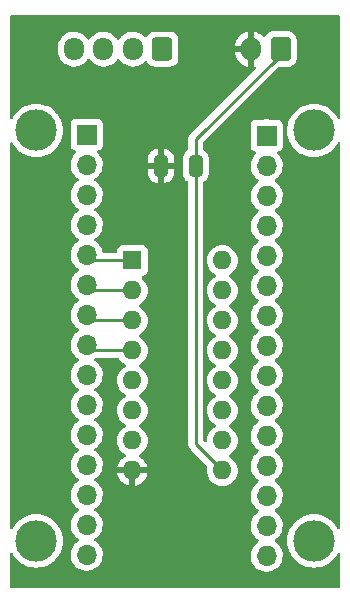
<source format=gbr>
%TF.GenerationSoftware,KiCad,Pcbnew,6.0.2+dfsg-1*%
%TF.CreationDate,2023-02-14T20:33:27-03:00*%
%TF.ProjectId,arduStep,61726475-5374-4657-902e-6b696361645f,rev?*%
%TF.SameCoordinates,Original*%
%TF.FileFunction,Copper,L1,Top*%
%TF.FilePolarity,Positive*%
%FSLAX46Y46*%
G04 Gerber Fmt 4.6, Leading zero omitted, Abs format (unit mm)*
G04 Created by KiCad (PCBNEW 6.0.2+dfsg-1) date 2023-02-14 20:33:27*
%MOMM*%
%LPD*%
G01*
G04 APERTURE LIST*
G04 Aperture macros list*
%AMRoundRect*
0 Rectangle with rounded corners*
0 $1 Rounding radius*
0 $2 $3 $4 $5 $6 $7 $8 $9 X,Y pos of 4 corners*
0 Add a 4 corners polygon primitive as box body*
4,1,4,$2,$3,$4,$5,$6,$7,$8,$9,$2,$3,0*
0 Add four circle primitives for the rounded corners*
1,1,$1+$1,$2,$3*
1,1,$1+$1,$4,$5*
1,1,$1+$1,$6,$7*
1,1,$1+$1,$8,$9*
0 Add four rect primitives between the rounded corners*
20,1,$1+$1,$2,$3,$4,$5,0*
20,1,$1+$1,$4,$5,$6,$7,0*
20,1,$1+$1,$6,$7,$8,$9,0*
20,1,$1+$1,$8,$9,$2,$3,0*%
G04 Aperture macros list end*
%TA.AperFunction,ComponentPad*%
%ADD10R,1.700000X1.700000*%
%TD*%
%TA.AperFunction,ComponentPad*%
%ADD11O,1.700000X1.700000*%
%TD*%
%TA.AperFunction,ComponentPad*%
%ADD12C,3.500000*%
%TD*%
%TA.AperFunction,ComponentPad*%
%ADD13R,1.600000X1.600000*%
%TD*%
%TA.AperFunction,ComponentPad*%
%ADD14O,1.600000X1.600000*%
%TD*%
%TA.AperFunction,ComponentPad*%
%ADD15RoundRect,0.250000X0.600000X0.725000X-0.600000X0.725000X-0.600000X-0.725000X0.600000X-0.725000X0*%
%TD*%
%TA.AperFunction,ComponentPad*%
%ADD16O,1.700000X1.950000*%
%TD*%
%TA.AperFunction,ComponentPad*%
%ADD17RoundRect,0.250000X0.600000X0.750000X-0.600000X0.750000X-0.600000X-0.750000X0.600000X-0.750000X0*%
%TD*%
%TA.AperFunction,ComponentPad*%
%ADD18O,1.700000X2.000000*%
%TD*%
%TA.AperFunction,SMDPad,CuDef*%
%ADD19RoundRect,0.250000X0.325000X0.650000X-0.325000X0.650000X-0.325000X-0.650000X0.325000X-0.650000X0*%
%TD*%
%TA.AperFunction,ViaPad*%
%ADD20C,0.800000*%
%TD*%
%TA.AperFunction,Conductor*%
%ADD21C,0.250000*%
%TD*%
G04 APERTURE END LIST*
D10*
%TO.P,REF\u002A\u002A,1*%
%TO.N,N/C*%
X164000000Y-67690000D03*
D11*
%TO.P,REF\u002A\u002A,2*%
X164000000Y-70230000D03*
%TO.P,REF\u002A\u002A,3*%
X164000000Y-72770000D03*
%TO.P,REF\u002A\u002A,4*%
X164000000Y-75310000D03*
%TO.P,REF\u002A\u002A,5*%
X164000000Y-77850000D03*
%TO.P,REF\u002A\u002A,6*%
X164000000Y-80390000D03*
%TO.P,REF\u002A\u002A,7*%
X164000000Y-82930000D03*
%TO.P,REF\u002A\u002A,8*%
X164000000Y-85470000D03*
%TO.P,REF\u002A\u002A,9*%
X164000000Y-88010000D03*
%TO.P,REF\u002A\u002A,10*%
X164000000Y-90550000D03*
%TO.P,REF\u002A\u002A,11*%
X164000000Y-93090000D03*
%TO.P,REF\u002A\u002A,12*%
X164000000Y-95630000D03*
%TO.P,REF\u002A\u002A,13*%
X164000000Y-98170000D03*
%TO.P,REF\u002A\u002A,14*%
X164000000Y-100710000D03*
%TO.P,REF\u002A\u002A,15*%
X164000000Y-103250000D03*
%TD*%
D12*
%TO.P,2.2mm,1*%
%TO.N,N/C*%
X144500000Y-102000000D03*
%TD*%
%TO.P,2.2mm,1*%
%TO.N,N/C*%
X168000000Y-102000000D03*
%TD*%
%TO.P,2.2mm,1*%
%TO.N,N/C*%
X144500000Y-67250000D03*
%TD*%
%TO.P,2.2mm,1*%
%TO.N,N/C*%
X168000000Y-67250000D03*
%TD*%
D10*
%TO.P,REF\u002A\u002A,1*%
%TO.N,N/C*%
X148760000Y-67600000D03*
D11*
%TO.P,REF\u002A\u002A,2*%
X148760000Y-70140000D03*
%TO.P,REF\u002A\u002A,3*%
X148760000Y-72680000D03*
%TO.P,REF\u002A\u002A,4*%
X148760000Y-75220000D03*
%TO.P,REF\u002A\u002A,5*%
X148760000Y-77760000D03*
%TO.P,REF\u002A\u002A,6*%
X148760000Y-80300000D03*
%TO.P,REF\u002A\u002A,7*%
X148760000Y-82840000D03*
%TO.P,REF\u002A\u002A,8*%
X148760000Y-85380000D03*
%TO.P,REF\u002A\u002A,9*%
X148760000Y-87920000D03*
%TO.P,REF\u002A\u002A,10*%
X148760000Y-90460000D03*
%TO.P,REF\u002A\u002A,11*%
X148760000Y-93000000D03*
%TO.P,REF\u002A\u002A,12*%
X148760000Y-95540000D03*
%TO.P,REF\u002A\u002A,13*%
X148760000Y-98080000D03*
%TO.P,REF\u002A\u002A,14*%
X148760000Y-100620000D03*
%TO.P,REF\u002A\u002A,15*%
X148760000Y-103160000D03*
%TD*%
D13*
%TO.P,U1,1,I1*%
%TO.N,/in1*%
X152630000Y-78260000D03*
D14*
%TO.P,U1,2,I2*%
%TO.N,/in2*%
X152630000Y-80800000D03*
%TO.P,U1,3,I3*%
%TO.N,/in3*%
X152630000Y-83340000D03*
%TO.P,U1,4,I4*%
%TO.N,/in4*%
X152630000Y-85880000D03*
%TO.P,U1,5,I5*%
%TO.N,unconnected-(U1-Pad5)*%
X152630000Y-88420000D03*
%TO.P,U1,6,I6*%
%TO.N,unconnected-(U1-Pad6)*%
X152630000Y-90960000D03*
%TO.P,U1,7,I7*%
%TO.N,unconnected-(U1-Pad7)*%
X152630000Y-93500000D03*
%TO.P,U1,8,GND*%
%TO.N,GND*%
X152630000Y-96040000D03*
%TO.P,U1,9,COM*%
%TO.N,5V*%
X160250000Y-96040000D03*
%TO.P,U1,10,O7*%
%TO.N,unconnected-(U1-Pad10)*%
X160250000Y-93500000D03*
%TO.P,U1,11,O6*%
%TO.N,unconnected-(U1-Pad11)*%
X160250000Y-90960000D03*
%TO.P,U1,12,O5*%
%TO.N,unconnected-(U1-Pad12)*%
X160250000Y-88420000D03*
%TO.P,U1,13,O4*%
%TO.N,Net-(J1-Pad1)*%
X160250000Y-85880000D03*
%TO.P,U1,14,O3*%
%TO.N,Net-(J1-Pad2)*%
X160250000Y-83340000D03*
%TO.P,U1,15,O2*%
%TO.N,Net-(J1-Pad3)*%
X160250000Y-80800000D03*
%TO.P,U1,16,O1*%
%TO.N,Net-(J1-Pad4)*%
X160250000Y-78260000D03*
%TD*%
D15*
%TO.P,J1,1,Pin_1*%
%TO.N,Net-(J1-Pad1)*%
X155180000Y-60360000D03*
D16*
%TO.P,J1,2,Pin_2*%
%TO.N,Net-(J1-Pad2)*%
X152680000Y-60360000D03*
%TO.P,J1,3,Pin_3*%
%TO.N,Net-(J1-Pad3)*%
X150180000Y-60360000D03*
%TO.P,J1,4,Pin_4*%
%TO.N,Net-(J1-Pad4)*%
X147680000Y-60360000D03*
%TD*%
D14*
%TO.P,A1,30,VIN*%
%TO.N,unconnected-(A1-Pad30)*%
X164000000Y-67600000D03*
%TO.P,A1,29,GND*%
%TO.N,GND*%
X164000000Y-70140000D03*
%TO.P,A1,28,~{RESET}*%
%TO.N,unconnected-(A1-Pad28)*%
X164000000Y-72680000D03*
%TO.P,A1,27,+5V*%
%TO.N,unconnected-(A1-Pad27)*%
X164000000Y-75220000D03*
%TO.P,A1,26,A7*%
%TO.N,unconnected-(A1-Pad26)*%
X164000000Y-77760000D03*
%TO.P,A1,25,A6*%
%TO.N,unconnected-(A1-Pad25)*%
X164000000Y-80300000D03*
%TO.P,A1,24,A5*%
%TO.N,unconnected-(A1-Pad24)*%
X164000000Y-82840000D03*
%TO.P,A1,23,A4*%
%TO.N,unconnected-(A1-Pad23)*%
X164000000Y-85380000D03*
%TO.P,A1,22,A3*%
%TO.N,unconnected-(A1-Pad22)*%
X164000000Y-87920000D03*
%TO.P,A1,21,A2*%
%TO.N,unconnected-(A1-Pad21)*%
X164000000Y-90460000D03*
%TO.P,A1,20,A1*%
%TO.N,unconnected-(A1-Pad20)*%
X164000000Y-93000000D03*
%TO.P,A1,19,A0*%
%TO.N,unconnected-(A1-Pad19)*%
X164000000Y-95540000D03*
%TO.P,A1,18,AREF*%
%TO.N,unconnected-(A1-Pad18)*%
X164000000Y-98080000D03*
%TO.P,A1,17,3V3*%
%TO.N,unconnected-(A1-Pad17)*%
X164000000Y-100620000D03*
%TO.P,A1,16,D13*%
%TO.N,unconnected-(A1-Pad16)*%
X164000000Y-103160000D03*
%TO.P,A1,15,D12*%
%TO.N,unconnected-(A1-Pad15)*%
X148760000Y-103160000D03*
%TO.P,A1,14,D11*%
%TO.N,unconnected-(A1-Pad14)*%
X148760000Y-100620000D03*
%TO.P,A1,13,D10*%
%TO.N,unconnected-(A1-Pad13)*%
X148760000Y-98080000D03*
%TO.P,A1,12,D9*%
%TO.N,unconnected-(A1-Pad12)*%
X148760000Y-95540000D03*
%TO.P,A1,11,D8*%
%TO.N,unconnected-(A1-Pad11)*%
X148760000Y-93000000D03*
%TO.P,A1,10,D7*%
%TO.N,/in4*%
X148760000Y-90460000D03*
%TO.P,A1,9,D6*%
%TO.N,/in3*%
X148760000Y-87920000D03*
%TO.P,A1,8,D5*%
%TO.N,/in2*%
X148760000Y-85380000D03*
%TO.P,A1,7,D4*%
%TO.N,/in1*%
X148760000Y-82840000D03*
%TO.P,A1,6,D3*%
%TO.N,unconnected-(A1-Pad6)*%
X148760000Y-80300000D03*
%TO.P,A1,5,D2*%
%TO.N,unconnected-(A1-Pad5)*%
X148760000Y-77760000D03*
%TO.P,A1,4,GND*%
%TO.N,unconnected-(A1-Pad4)*%
X148760000Y-75220000D03*
%TO.P,A1,3,~{RESET}*%
%TO.N,unconnected-(A1-Pad3)*%
X148760000Y-72680000D03*
%TO.P,A1,2,D0/RX*%
%TO.N,unconnected-(A1-Pad2)*%
X148760000Y-70140000D03*
D13*
%TO.P,A1,1,D1/TX*%
%TO.N,unconnected-(A1-Pad1)*%
X148760000Y-67600000D03*
%TD*%
D17*
%TO.P,J2,1,Pin_1*%
%TO.N,5V*%
X165180000Y-60360000D03*
D18*
%TO.P,J2,2,Pin_2*%
%TO.N,GND*%
X162680000Y-60360000D03*
%TD*%
D19*
%TO.P,C1,1*%
%TO.N,5V*%
X158000000Y-70250000D03*
%TO.P,C1,2*%
%TO.N,GND*%
X155050000Y-70250000D03*
%TD*%
D20*
%TO.N,GND*%
X161000000Y-100500000D03*
X152000000Y-100500000D03*
X161000000Y-72000000D03*
X161000000Y-68000000D03*
X156500000Y-73500000D03*
X156500000Y-65500000D03*
X156000000Y-96000000D03*
X156000000Y-80000000D03*
X156000000Y-90500000D03*
X156000000Y-85000000D03*
X144500000Y-95500000D03*
X144500000Y-79500000D03*
X144500000Y-90000000D03*
X144500000Y-84500000D03*
X168500000Y-79500000D03*
X168500000Y-84500000D03*
X168500000Y-90000000D03*
X168500000Y-95500000D03*
%TD*%
D21*
%TO.N,/in2*%
X152630000Y-85880000D02*
X149260000Y-85880000D01*
X149260000Y-85880000D02*
X148760000Y-85380000D01*
%TO.N,/in1*%
X152630000Y-83340000D02*
X149260000Y-83340000D01*
X149260000Y-83340000D02*
X148760000Y-82840000D01*
%TO.N,unconnected-(A1-Pad6)*%
X152630000Y-80800000D02*
X149260000Y-80800000D01*
X149260000Y-80800000D02*
X148760000Y-80300000D01*
%TO.N,unconnected-(A1-Pad5)*%
X152630000Y-78260000D02*
X149260000Y-78260000D01*
X149260000Y-78260000D02*
X148760000Y-77760000D01*
%TO.N,5V*%
X158000000Y-70250000D02*
X158000000Y-93790000D01*
X158000000Y-93790000D02*
X160250000Y-96040000D01*
X165180000Y-60360000D02*
X165180000Y-60820000D01*
X165180000Y-60820000D02*
X158000000Y-68000000D01*
X158000000Y-68000000D02*
X158000000Y-70250000D01*
%TD*%
%TA.AperFunction,Conductor*%
%TO.N,GND*%
G36*
X170184121Y-57528002D02*
G01*
X170230614Y-57581658D01*
X170242000Y-57634000D01*
X170242000Y-66149549D01*
X170221998Y-66217670D01*
X170168342Y-66264163D01*
X170098068Y-66274267D01*
X170033488Y-66244773D01*
X170002994Y-66205277D01*
X169961942Y-66122031D01*
X169961939Y-66122026D01*
X169960115Y-66118327D01*
X169795633Y-65872162D01*
X169792919Y-65869068D01*
X169792915Y-65869062D01*
X169603136Y-65652662D01*
X169600427Y-65649573D01*
X169597338Y-65646864D01*
X169380938Y-65457085D01*
X169380932Y-65457081D01*
X169377838Y-65454367D01*
X169374412Y-65452078D01*
X169374407Y-65452074D01*
X169135106Y-65292179D01*
X169131673Y-65289885D01*
X169127974Y-65288061D01*
X169127969Y-65288058D01*
X168991687Y-65220852D01*
X168866145Y-65158941D01*
X168862239Y-65157615D01*
X168589710Y-65065104D01*
X168589706Y-65065103D01*
X168585797Y-65063776D01*
X168581753Y-65062972D01*
X168581747Y-65062970D01*
X168299465Y-65006820D01*
X168299459Y-65006819D01*
X168295426Y-65006017D01*
X168291321Y-65005748D01*
X168291314Y-65005747D01*
X168004119Y-64986924D01*
X168000000Y-64986654D01*
X167995881Y-64986924D01*
X167708686Y-65005747D01*
X167708679Y-65005748D01*
X167704574Y-65006017D01*
X167700541Y-65006819D01*
X167700535Y-65006820D01*
X167418253Y-65062970D01*
X167418247Y-65062972D01*
X167414203Y-65063776D01*
X167410294Y-65065103D01*
X167410290Y-65065104D01*
X167137761Y-65157615D01*
X167133855Y-65158941D01*
X167008313Y-65220852D01*
X166872031Y-65288058D01*
X166872026Y-65288061D01*
X166868327Y-65289885D01*
X166864894Y-65292179D01*
X166625593Y-65452074D01*
X166625588Y-65452078D01*
X166622162Y-65454367D01*
X166619068Y-65457081D01*
X166619062Y-65457085D01*
X166402662Y-65646864D01*
X166399573Y-65649573D01*
X166396864Y-65652662D01*
X166207085Y-65869062D01*
X166207081Y-65869068D01*
X166204367Y-65872162D01*
X166039885Y-66118327D01*
X165908941Y-66383855D01*
X165907616Y-66387760D01*
X165907615Y-66387761D01*
X165824611Y-66632285D01*
X165813776Y-66664203D01*
X165812972Y-66668247D01*
X165812970Y-66668253D01*
X165789058Y-66788469D01*
X165756017Y-66954574D01*
X165736654Y-67250000D01*
X165736924Y-67254119D01*
X165753943Y-67513777D01*
X165756017Y-67545426D01*
X165756819Y-67549459D01*
X165756820Y-67549465D01*
X165812970Y-67831747D01*
X165813776Y-67835797D01*
X165908941Y-68116145D01*
X166039885Y-68381673D01*
X166042179Y-68385106D01*
X166177838Y-68588134D01*
X166204367Y-68627838D01*
X166207081Y-68630932D01*
X166207085Y-68630938D01*
X166336316Y-68778297D01*
X166399573Y-68850427D01*
X166402662Y-68853136D01*
X166619062Y-69042915D01*
X166619068Y-69042919D01*
X166622162Y-69045633D01*
X166625588Y-69047922D01*
X166625593Y-69047926D01*
X166773102Y-69146488D01*
X166868327Y-69210115D01*
X166872026Y-69211939D01*
X166872031Y-69211942D01*
X166989405Y-69269824D01*
X167133855Y-69341059D01*
X167137760Y-69342384D01*
X167137761Y-69342385D01*
X167410290Y-69434896D01*
X167410294Y-69434897D01*
X167414203Y-69436224D01*
X167418247Y-69437028D01*
X167418253Y-69437030D01*
X167700535Y-69493180D01*
X167700541Y-69493181D01*
X167704574Y-69493983D01*
X167708679Y-69494252D01*
X167708686Y-69494253D01*
X167995881Y-69513076D01*
X168000000Y-69513346D01*
X168004119Y-69513076D01*
X168291314Y-69494253D01*
X168291321Y-69494252D01*
X168295426Y-69493983D01*
X168299459Y-69493181D01*
X168299465Y-69493180D01*
X168581747Y-69437030D01*
X168581753Y-69437028D01*
X168585797Y-69436224D01*
X168589706Y-69434897D01*
X168589710Y-69434896D01*
X168862239Y-69342385D01*
X168862240Y-69342384D01*
X168866145Y-69341059D01*
X169010595Y-69269824D01*
X169127969Y-69211942D01*
X169127974Y-69211939D01*
X169131673Y-69210115D01*
X169226898Y-69146488D01*
X169374407Y-69047926D01*
X169374412Y-69047922D01*
X169377838Y-69045633D01*
X169380932Y-69042919D01*
X169380938Y-69042915D01*
X169597338Y-68853136D01*
X169600427Y-68850427D01*
X169663684Y-68778297D01*
X169792915Y-68630938D01*
X169792919Y-68630932D01*
X169795633Y-68627838D01*
X169822163Y-68588134D01*
X169957821Y-68385106D01*
X169960115Y-68381673D01*
X170002994Y-68294723D01*
X170051062Y-68242474D01*
X170119748Y-68224507D01*
X170187244Y-68246526D01*
X170232120Y-68301541D01*
X170242000Y-68350451D01*
X170242000Y-100899549D01*
X170221998Y-100967670D01*
X170168342Y-101014163D01*
X170098068Y-101024267D01*
X170033488Y-100994773D01*
X170002994Y-100955277D01*
X169961942Y-100872031D01*
X169961939Y-100872026D01*
X169960115Y-100868327D01*
X169856573Y-100713365D01*
X169797926Y-100625593D01*
X169797922Y-100625588D01*
X169795633Y-100622162D01*
X169792919Y-100619068D01*
X169792915Y-100619062D01*
X169603136Y-100402662D01*
X169600427Y-100399573D01*
X169592182Y-100392342D01*
X169380938Y-100207085D01*
X169380932Y-100207081D01*
X169377838Y-100204367D01*
X169374412Y-100202078D01*
X169374407Y-100202074D01*
X169135106Y-100042179D01*
X169131673Y-100039885D01*
X169127974Y-100038061D01*
X169127969Y-100038058D01*
X168976275Y-99963251D01*
X168866145Y-99908941D01*
X168788609Y-99882621D01*
X168589710Y-99815104D01*
X168589706Y-99815103D01*
X168585797Y-99813776D01*
X168581753Y-99812972D01*
X168581747Y-99812970D01*
X168299465Y-99756820D01*
X168299459Y-99756819D01*
X168295426Y-99756017D01*
X168291321Y-99755748D01*
X168291314Y-99755747D01*
X168004119Y-99736924D01*
X168000000Y-99736654D01*
X167995881Y-99736924D01*
X167708686Y-99755747D01*
X167708679Y-99755748D01*
X167704574Y-99756017D01*
X167700541Y-99756819D01*
X167700535Y-99756820D01*
X167418253Y-99812970D01*
X167418247Y-99812972D01*
X167414203Y-99813776D01*
X167410294Y-99815103D01*
X167410290Y-99815104D01*
X167211391Y-99882621D01*
X167133855Y-99908941D01*
X167023725Y-99963251D01*
X166872031Y-100038058D01*
X166872026Y-100038061D01*
X166868327Y-100039885D01*
X166864894Y-100042179D01*
X166625593Y-100202074D01*
X166625588Y-100202078D01*
X166622162Y-100204367D01*
X166619068Y-100207081D01*
X166619062Y-100207085D01*
X166407818Y-100392342D01*
X166399573Y-100399573D01*
X166396864Y-100402662D01*
X166207085Y-100619062D01*
X166207081Y-100619068D01*
X166204367Y-100622162D01*
X166202078Y-100625588D01*
X166202074Y-100625593D01*
X166143427Y-100713365D01*
X166039885Y-100868327D01*
X166038061Y-100872026D01*
X166038058Y-100872031D01*
X166020286Y-100908069D01*
X165908941Y-101133855D01*
X165907616Y-101137760D01*
X165907615Y-101137761D01*
X165842692Y-101329020D01*
X165813776Y-101414203D01*
X165812972Y-101418247D01*
X165812970Y-101418253D01*
X165760122Y-101683938D01*
X165756017Y-101704574D01*
X165755748Y-101708679D01*
X165755747Y-101708686D01*
X165742118Y-101916638D01*
X165736654Y-102000000D01*
X165737284Y-102009612D01*
X165746735Y-102153802D01*
X165756017Y-102295426D01*
X165756819Y-102299459D01*
X165756820Y-102299465D01*
X165811962Y-102576680D01*
X165813776Y-102585797D01*
X165815103Y-102589706D01*
X165815104Y-102589710D01*
X165857958Y-102715954D01*
X165908941Y-102866145D01*
X165941586Y-102932342D01*
X166034899Y-103121562D01*
X166039885Y-103131673D01*
X166061061Y-103163365D01*
X166185576Y-103349715D01*
X166204367Y-103377838D01*
X166207081Y-103380932D01*
X166207085Y-103380938D01*
X166375016Y-103572425D01*
X166399573Y-103600427D01*
X166402662Y-103603136D01*
X166619062Y-103792915D01*
X166619068Y-103792919D01*
X166622162Y-103795633D01*
X166625588Y-103797922D01*
X166625593Y-103797926D01*
X166809405Y-103920744D01*
X166868327Y-103960115D01*
X166872026Y-103961939D01*
X166872031Y-103961942D01*
X167008313Y-104029148D01*
X167133855Y-104091059D01*
X167137760Y-104092384D01*
X167137761Y-104092385D01*
X167410290Y-104184896D01*
X167410294Y-104184897D01*
X167414203Y-104186224D01*
X167418247Y-104187028D01*
X167418253Y-104187030D01*
X167700535Y-104243180D01*
X167700541Y-104243181D01*
X167704574Y-104243983D01*
X167708679Y-104244252D01*
X167708686Y-104244253D01*
X167995881Y-104263076D01*
X168000000Y-104263346D01*
X168004119Y-104263076D01*
X168291314Y-104244253D01*
X168291321Y-104244252D01*
X168295426Y-104243983D01*
X168299459Y-104243181D01*
X168299465Y-104243180D01*
X168581747Y-104187030D01*
X168581753Y-104187028D01*
X168585797Y-104186224D01*
X168589706Y-104184897D01*
X168589710Y-104184896D01*
X168862239Y-104092385D01*
X168862240Y-104092384D01*
X168866145Y-104091059D01*
X168991687Y-104029148D01*
X169127969Y-103961942D01*
X169127974Y-103961939D01*
X169131673Y-103960115D01*
X169190595Y-103920744D01*
X169374407Y-103797926D01*
X169374412Y-103797922D01*
X169377838Y-103795633D01*
X169380932Y-103792919D01*
X169380938Y-103792915D01*
X169597338Y-103603136D01*
X169600427Y-103600427D01*
X169624984Y-103572425D01*
X169792915Y-103380938D01*
X169792919Y-103380932D01*
X169795633Y-103377838D01*
X169814425Y-103349715D01*
X169938939Y-103163365D01*
X169960115Y-103131673D01*
X169965102Y-103121562D01*
X170002994Y-103044723D01*
X170051062Y-102992474D01*
X170119748Y-102974507D01*
X170187244Y-102996526D01*
X170232120Y-103051541D01*
X170242000Y-103100451D01*
X170242000Y-105874000D01*
X170221998Y-105942121D01*
X170168342Y-105988614D01*
X170116000Y-106000000D01*
X142384000Y-106000000D01*
X142315879Y-105979998D01*
X142269386Y-105926342D01*
X142258000Y-105874000D01*
X142258000Y-103100451D01*
X142278002Y-103032330D01*
X142331658Y-102985837D01*
X142401932Y-102975733D01*
X142466512Y-103005227D01*
X142497006Y-103044723D01*
X142534899Y-103121562D01*
X142539885Y-103131673D01*
X142561061Y-103163365D01*
X142685576Y-103349715D01*
X142704367Y-103377838D01*
X142707081Y-103380932D01*
X142707085Y-103380938D01*
X142875016Y-103572425D01*
X142899573Y-103600427D01*
X142902662Y-103603136D01*
X143119062Y-103792915D01*
X143119068Y-103792919D01*
X143122162Y-103795633D01*
X143125588Y-103797922D01*
X143125593Y-103797926D01*
X143309405Y-103920744D01*
X143368327Y-103960115D01*
X143372026Y-103961939D01*
X143372031Y-103961942D01*
X143508313Y-104029148D01*
X143633855Y-104091059D01*
X143637760Y-104092384D01*
X143637761Y-104092385D01*
X143910290Y-104184896D01*
X143910294Y-104184897D01*
X143914203Y-104186224D01*
X143918247Y-104187028D01*
X143918253Y-104187030D01*
X144200535Y-104243180D01*
X144200541Y-104243181D01*
X144204574Y-104243983D01*
X144208679Y-104244252D01*
X144208686Y-104244253D01*
X144495881Y-104263076D01*
X144500000Y-104263346D01*
X144504119Y-104263076D01*
X144791314Y-104244253D01*
X144791321Y-104244252D01*
X144795426Y-104243983D01*
X144799459Y-104243181D01*
X144799465Y-104243180D01*
X145081747Y-104187030D01*
X145081753Y-104187028D01*
X145085797Y-104186224D01*
X145089706Y-104184897D01*
X145089710Y-104184896D01*
X145362239Y-104092385D01*
X145362240Y-104092384D01*
X145366145Y-104091059D01*
X145491687Y-104029148D01*
X145627969Y-103961942D01*
X145627974Y-103961939D01*
X145631673Y-103960115D01*
X145690595Y-103920744D01*
X145874407Y-103797926D01*
X145874412Y-103797922D01*
X145877838Y-103795633D01*
X145880932Y-103792919D01*
X145880938Y-103792915D01*
X146097338Y-103603136D01*
X146100427Y-103600427D01*
X146124984Y-103572425D01*
X146292915Y-103380938D01*
X146292919Y-103380932D01*
X146295633Y-103377838D01*
X146314425Y-103349715D01*
X146438939Y-103163365D01*
X146460115Y-103131673D01*
X146462570Y-103126695D01*
X147397251Y-103126695D01*
X147397548Y-103131848D01*
X147397548Y-103131851D01*
X147408007Y-103313240D01*
X147410110Y-103349715D01*
X147411247Y-103354761D01*
X147411248Y-103354767D01*
X147429228Y-103434547D01*
X147459222Y-103567639D01*
X147543266Y-103774616D01*
X147594019Y-103857438D01*
X147656940Y-103960115D01*
X147659987Y-103965088D01*
X147806250Y-104133938D01*
X147978126Y-104276632D01*
X148171000Y-104389338D01*
X148379692Y-104469030D01*
X148384760Y-104470061D01*
X148384763Y-104470062D01*
X148492017Y-104491883D01*
X148598597Y-104513567D01*
X148603772Y-104513757D01*
X148603774Y-104513757D01*
X148816673Y-104521564D01*
X148816677Y-104521564D01*
X148821837Y-104521753D01*
X148826957Y-104521097D01*
X148826959Y-104521097D01*
X149038288Y-104494025D01*
X149038289Y-104494025D01*
X149043416Y-104493368D01*
X149048366Y-104491883D01*
X149252429Y-104430661D01*
X149252434Y-104430659D01*
X149257384Y-104429174D01*
X149457994Y-104330896D01*
X149639860Y-104201173D01*
X149654862Y-104186224D01*
X149794435Y-104047137D01*
X149798096Y-104043489D01*
X149857594Y-103960689D01*
X149925435Y-103866277D01*
X149928453Y-103862077D01*
X149961292Y-103795633D01*
X150025136Y-103666453D01*
X150025137Y-103666451D01*
X150027430Y-103661811D01*
X150092370Y-103448069D01*
X150121529Y-103226590D01*
X150121771Y-103216695D01*
X162637251Y-103216695D01*
X162637548Y-103221848D01*
X162637548Y-103221851D01*
X162643011Y-103316590D01*
X162650110Y-103439715D01*
X162651247Y-103444761D01*
X162651248Y-103444767D01*
X162653109Y-103453023D01*
X162699222Y-103657639D01*
X162783266Y-103864616D01*
X162785965Y-103869020D01*
X162895115Y-104047137D01*
X162899987Y-104055088D01*
X163046250Y-104223938D01*
X163218126Y-104366632D01*
X163411000Y-104479338D01*
X163619692Y-104559030D01*
X163624760Y-104560061D01*
X163624763Y-104560062D01*
X163732017Y-104581883D01*
X163838597Y-104603567D01*
X163843772Y-104603757D01*
X163843774Y-104603757D01*
X164056673Y-104611564D01*
X164056677Y-104611564D01*
X164061837Y-104611753D01*
X164066957Y-104611097D01*
X164066959Y-104611097D01*
X164278288Y-104584025D01*
X164278289Y-104584025D01*
X164283416Y-104583368D01*
X164288366Y-104581883D01*
X164492429Y-104520661D01*
X164492434Y-104520659D01*
X164497384Y-104519174D01*
X164697994Y-104420896D01*
X164879860Y-104291173D01*
X164897769Y-104273327D01*
X164973832Y-104197529D01*
X165038096Y-104133489D01*
X165097594Y-104050689D01*
X165165435Y-103956277D01*
X165168453Y-103952077D01*
X165212934Y-103862077D01*
X165265136Y-103756453D01*
X165265137Y-103756451D01*
X165267430Y-103751811D01*
X165332370Y-103538069D01*
X165361529Y-103316590D01*
X165363156Y-103250000D01*
X165344852Y-103027361D01*
X165290431Y-102810702D01*
X165201354Y-102605840D01*
X165148800Y-102524604D01*
X165140398Y-102509415D01*
X165139850Y-102508240D01*
X165139846Y-102508234D01*
X165137523Y-102503251D01*
X165105506Y-102457526D01*
X165102927Y-102453695D01*
X165082824Y-102422621D01*
X165080014Y-102418277D01*
X165076533Y-102414452D01*
X165075728Y-102413406D01*
X165066768Y-102402202D01*
X165009357Y-102320211D01*
X165009355Y-102320208D01*
X165006198Y-102315700D01*
X164844300Y-102153802D01*
X164839792Y-102150645D01*
X164839789Y-102150643D01*
X164723442Y-102069176D01*
X164679114Y-102013719D01*
X164671805Y-101943099D01*
X164703836Y-101879739D01*
X164722545Y-101863384D01*
X164879860Y-101751173D01*
X164897769Y-101733327D01*
X165034435Y-101597137D01*
X165038096Y-101593489D01*
X165097594Y-101510689D01*
X165165435Y-101416277D01*
X165168453Y-101412077D01*
X165212934Y-101322077D01*
X165265136Y-101216453D01*
X165265137Y-101216451D01*
X165267430Y-101211811D01*
X165324038Y-101025493D01*
X165330865Y-101003023D01*
X165330865Y-101003021D01*
X165332370Y-100998069D01*
X165361529Y-100776590D01*
X165363156Y-100710000D01*
X165344852Y-100487361D01*
X165290431Y-100270702D01*
X165201354Y-100065840D01*
X165148800Y-99984604D01*
X165140398Y-99969415D01*
X165139850Y-99968240D01*
X165139846Y-99968234D01*
X165137523Y-99963251D01*
X165105506Y-99917526D01*
X165102927Y-99913695D01*
X165080014Y-99878277D01*
X165076533Y-99874452D01*
X165075728Y-99873406D01*
X165066768Y-99862202D01*
X165009357Y-99780211D01*
X165009355Y-99780208D01*
X165006198Y-99775700D01*
X164844300Y-99613802D01*
X164839792Y-99610645D01*
X164839789Y-99610643D01*
X164723442Y-99529176D01*
X164679114Y-99473719D01*
X164671805Y-99403099D01*
X164703836Y-99339739D01*
X164722545Y-99323384D01*
X164879860Y-99211173D01*
X164897769Y-99193327D01*
X165034435Y-99057137D01*
X165038096Y-99053489D01*
X165097594Y-98970689D01*
X165165435Y-98876277D01*
X165168453Y-98872077D01*
X165212934Y-98782077D01*
X165265136Y-98676453D01*
X165265137Y-98676451D01*
X165267430Y-98671811D01*
X165332370Y-98458069D01*
X165361529Y-98236590D01*
X165363156Y-98170000D01*
X165344852Y-97947361D01*
X165290431Y-97730702D01*
X165201354Y-97525840D01*
X165148800Y-97444604D01*
X165140398Y-97429415D01*
X165139850Y-97428240D01*
X165139846Y-97428234D01*
X165137523Y-97423251D01*
X165105506Y-97377526D01*
X165102927Y-97373695D01*
X165082824Y-97342621D01*
X165080014Y-97338277D01*
X165076533Y-97334452D01*
X165075728Y-97333406D01*
X165066768Y-97322202D01*
X165009357Y-97240211D01*
X165009355Y-97240208D01*
X165006198Y-97235700D01*
X164844300Y-97073802D01*
X164839792Y-97070645D01*
X164839789Y-97070643D01*
X164723442Y-96989176D01*
X164679114Y-96933719D01*
X164671805Y-96863099D01*
X164703836Y-96799739D01*
X164722545Y-96783384D01*
X164879860Y-96671173D01*
X164897769Y-96653327D01*
X165034435Y-96517137D01*
X165038096Y-96513489D01*
X165055519Y-96489243D01*
X165165435Y-96336277D01*
X165168453Y-96332077D01*
X165185851Y-96296876D01*
X165265136Y-96136453D01*
X165265137Y-96136451D01*
X165267430Y-96131811D01*
X165332370Y-95918069D01*
X165361529Y-95696590D01*
X165363156Y-95630000D01*
X165344852Y-95407361D01*
X165290431Y-95190702D01*
X165201354Y-94985840D01*
X165148800Y-94904604D01*
X165140398Y-94889415D01*
X165139850Y-94888240D01*
X165139846Y-94888234D01*
X165137523Y-94883251D01*
X165105506Y-94837526D01*
X165102927Y-94833695D01*
X165089861Y-94813498D01*
X165080014Y-94798277D01*
X165076533Y-94794452D01*
X165075728Y-94793406D01*
X165066768Y-94782202D01*
X165009357Y-94700211D01*
X165009355Y-94700208D01*
X165006198Y-94695700D01*
X164844300Y-94533802D01*
X164839792Y-94530645D01*
X164839789Y-94530643D01*
X164723442Y-94449176D01*
X164679114Y-94393719D01*
X164671805Y-94323099D01*
X164703836Y-94259739D01*
X164722545Y-94243384D01*
X164879860Y-94131173D01*
X164897769Y-94113327D01*
X165016077Y-93995431D01*
X165038096Y-93973489D01*
X165055519Y-93949243D01*
X165165435Y-93796277D01*
X165168453Y-93792077D01*
X165195261Y-93737836D01*
X165265136Y-93596453D01*
X165265137Y-93596451D01*
X165267430Y-93591811D01*
X165332370Y-93378069D01*
X165361529Y-93156590D01*
X165363156Y-93090000D01*
X165344852Y-92867361D01*
X165290431Y-92650702D01*
X165201354Y-92445840D01*
X165148800Y-92364604D01*
X165140398Y-92349415D01*
X165139850Y-92348240D01*
X165139846Y-92348234D01*
X165137523Y-92343251D01*
X165105506Y-92297526D01*
X165102927Y-92293695D01*
X165080014Y-92258277D01*
X165076533Y-92254452D01*
X165075728Y-92253406D01*
X165066768Y-92242202D01*
X165009357Y-92160211D01*
X165009355Y-92160208D01*
X165006198Y-92155700D01*
X164844300Y-91993802D01*
X164839792Y-91990645D01*
X164839789Y-91990643D01*
X164723442Y-91909176D01*
X164679114Y-91853719D01*
X164671805Y-91783099D01*
X164703836Y-91719739D01*
X164722545Y-91703384D01*
X164879860Y-91591173D01*
X164897769Y-91573327D01*
X165034435Y-91437137D01*
X165038096Y-91433489D01*
X165055519Y-91409243D01*
X165165435Y-91256277D01*
X165168453Y-91252077D01*
X165212934Y-91162077D01*
X165265136Y-91056453D01*
X165265137Y-91056451D01*
X165267430Y-91051811D01*
X165332370Y-90838069D01*
X165361529Y-90616590D01*
X165363156Y-90550000D01*
X165344852Y-90327361D01*
X165290431Y-90110702D01*
X165201354Y-89905840D01*
X165148800Y-89824604D01*
X165140398Y-89809415D01*
X165139850Y-89808240D01*
X165139846Y-89808234D01*
X165137523Y-89803251D01*
X165105506Y-89757526D01*
X165102927Y-89753695D01*
X165080014Y-89718277D01*
X165076533Y-89714452D01*
X165075728Y-89713406D01*
X165066768Y-89702202D01*
X165009357Y-89620211D01*
X165009355Y-89620208D01*
X165006198Y-89615700D01*
X164844300Y-89453802D01*
X164839792Y-89450645D01*
X164839789Y-89450643D01*
X164723442Y-89369176D01*
X164679114Y-89313719D01*
X164671805Y-89243099D01*
X164703836Y-89179739D01*
X164722545Y-89163384D01*
X164879860Y-89051173D01*
X164897769Y-89033327D01*
X165034435Y-88897137D01*
X165038096Y-88893489D01*
X165055519Y-88869243D01*
X165165435Y-88716277D01*
X165168453Y-88712077D01*
X165212934Y-88622077D01*
X165265136Y-88516453D01*
X165265137Y-88516451D01*
X165267430Y-88511811D01*
X165332370Y-88298069D01*
X165361529Y-88076590D01*
X165363156Y-88010000D01*
X165344852Y-87787361D01*
X165290431Y-87570702D01*
X165201354Y-87365840D01*
X165148800Y-87284604D01*
X165140398Y-87269415D01*
X165139850Y-87268240D01*
X165139846Y-87268234D01*
X165137523Y-87263251D01*
X165105506Y-87217526D01*
X165102927Y-87213695D01*
X165080014Y-87178277D01*
X165076533Y-87174452D01*
X165075728Y-87173406D01*
X165066768Y-87162202D01*
X165009357Y-87080211D01*
X165009355Y-87080208D01*
X165006198Y-87075700D01*
X164844300Y-86913802D01*
X164839792Y-86910645D01*
X164839789Y-86910643D01*
X164723442Y-86829176D01*
X164679114Y-86773719D01*
X164671805Y-86703099D01*
X164703836Y-86639739D01*
X164722545Y-86623384D01*
X164879860Y-86511173D01*
X164897769Y-86493327D01*
X165034435Y-86357137D01*
X165038096Y-86353489D01*
X165055519Y-86329243D01*
X165165435Y-86176277D01*
X165168453Y-86172077D01*
X165267430Y-85971811D01*
X165332370Y-85758069D01*
X165361529Y-85536590D01*
X165363156Y-85470000D01*
X165344852Y-85247361D01*
X165290431Y-85030702D01*
X165201354Y-84825840D01*
X165148800Y-84744604D01*
X165140398Y-84729415D01*
X165139850Y-84728240D01*
X165139846Y-84728234D01*
X165137523Y-84723251D01*
X165105506Y-84677526D01*
X165102927Y-84673695D01*
X165080014Y-84638277D01*
X165076533Y-84634452D01*
X165075728Y-84633406D01*
X165066768Y-84622202D01*
X165009357Y-84540211D01*
X165009355Y-84540208D01*
X165006198Y-84535700D01*
X164844300Y-84373802D01*
X164839792Y-84370645D01*
X164839789Y-84370643D01*
X164723442Y-84289176D01*
X164679114Y-84233719D01*
X164671805Y-84163099D01*
X164703836Y-84099739D01*
X164722545Y-84083384D01*
X164879860Y-83971173D01*
X164897769Y-83953327D01*
X165034435Y-83817137D01*
X165038096Y-83813489D01*
X165055519Y-83789243D01*
X165165435Y-83636277D01*
X165168453Y-83632077D01*
X165267430Y-83431811D01*
X165332370Y-83218069D01*
X165361529Y-82996590D01*
X165363156Y-82930000D01*
X165344852Y-82707361D01*
X165290431Y-82490702D01*
X165201354Y-82285840D01*
X165148800Y-82204604D01*
X165140398Y-82189415D01*
X165139850Y-82188240D01*
X165139846Y-82188234D01*
X165137523Y-82183251D01*
X165105506Y-82137526D01*
X165102927Y-82133695D01*
X165080014Y-82098277D01*
X165076533Y-82094452D01*
X165075728Y-82093406D01*
X165066768Y-82082202D01*
X165009357Y-82000211D01*
X165009355Y-82000208D01*
X165006198Y-81995700D01*
X164844300Y-81833802D01*
X164839792Y-81830645D01*
X164839789Y-81830643D01*
X164723442Y-81749176D01*
X164679114Y-81693719D01*
X164671805Y-81623099D01*
X164703836Y-81559739D01*
X164722545Y-81543384D01*
X164879860Y-81431173D01*
X164897769Y-81413327D01*
X165034435Y-81277137D01*
X165038096Y-81273489D01*
X165055519Y-81249243D01*
X165165435Y-81096277D01*
X165168453Y-81092077D01*
X165267430Y-80891811D01*
X165332370Y-80678069D01*
X165361529Y-80456590D01*
X165363156Y-80390000D01*
X165344852Y-80167361D01*
X165290431Y-79950702D01*
X165201354Y-79745840D01*
X165148800Y-79664604D01*
X165140398Y-79649415D01*
X165139850Y-79648240D01*
X165139846Y-79648234D01*
X165137523Y-79643251D01*
X165105506Y-79597526D01*
X165102927Y-79593695D01*
X165100637Y-79590155D01*
X165080014Y-79558277D01*
X165076533Y-79554452D01*
X165075728Y-79553406D01*
X165066768Y-79542202D01*
X165009357Y-79460211D01*
X165009355Y-79460208D01*
X165006198Y-79455700D01*
X164844300Y-79293802D01*
X164839792Y-79290645D01*
X164839789Y-79290643D01*
X164723442Y-79209176D01*
X164679114Y-79153719D01*
X164671805Y-79083099D01*
X164703836Y-79019739D01*
X164722545Y-79003384D01*
X164879860Y-78891173D01*
X164897769Y-78873327D01*
X165034435Y-78737137D01*
X165038096Y-78733489D01*
X165055519Y-78709243D01*
X165165435Y-78556277D01*
X165168453Y-78552077D01*
X165267430Y-78351811D01*
X165332370Y-78138069D01*
X165361529Y-77916590D01*
X165363156Y-77850000D01*
X165344852Y-77627361D01*
X165290431Y-77410702D01*
X165201354Y-77205840D01*
X165148800Y-77124604D01*
X165140398Y-77109415D01*
X165139850Y-77108240D01*
X165139846Y-77108234D01*
X165137523Y-77103251D01*
X165105506Y-77057526D01*
X165102927Y-77053695D01*
X165086329Y-77028039D01*
X165080014Y-77018277D01*
X165076533Y-77014452D01*
X165075728Y-77013406D01*
X165066768Y-77002202D01*
X165009357Y-76920211D01*
X165009355Y-76920208D01*
X165006198Y-76915700D01*
X164844300Y-76753802D01*
X164839792Y-76750645D01*
X164839789Y-76750643D01*
X164723442Y-76669176D01*
X164679114Y-76613719D01*
X164671805Y-76543099D01*
X164703836Y-76479739D01*
X164722545Y-76463384D01*
X164879860Y-76351173D01*
X164897769Y-76333327D01*
X165034435Y-76197137D01*
X165038096Y-76193489D01*
X165097594Y-76110689D01*
X165165435Y-76016277D01*
X165168453Y-76012077D01*
X165212934Y-75922077D01*
X165265136Y-75816453D01*
X165265137Y-75816451D01*
X165267430Y-75811811D01*
X165332370Y-75598069D01*
X165361529Y-75376590D01*
X165363156Y-75310000D01*
X165344852Y-75087361D01*
X165290431Y-74870702D01*
X165201354Y-74665840D01*
X165148800Y-74584604D01*
X165140398Y-74569415D01*
X165139850Y-74568240D01*
X165139846Y-74568234D01*
X165137523Y-74563251D01*
X165105506Y-74517526D01*
X165102927Y-74513695D01*
X165082824Y-74482621D01*
X165080014Y-74478277D01*
X165076533Y-74474452D01*
X165075728Y-74473406D01*
X165066768Y-74462202D01*
X165009357Y-74380211D01*
X165009355Y-74380208D01*
X165006198Y-74375700D01*
X164844300Y-74213802D01*
X164839792Y-74210645D01*
X164839789Y-74210643D01*
X164723442Y-74129176D01*
X164679114Y-74073719D01*
X164671805Y-74003099D01*
X164703836Y-73939739D01*
X164722545Y-73923384D01*
X164879860Y-73811173D01*
X164897769Y-73793327D01*
X165034435Y-73657137D01*
X165038096Y-73653489D01*
X165097594Y-73570689D01*
X165165435Y-73476277D01*
X165168453Y-73472077D01*
X165212934Y-73382077D01*
X165265136Y-73276453D01*
X165265137Y-73276451D01*
X165267430Y-73271811D01*
X165332370Y-73058069D01*
X165361529Y-72836590D01*
X165363156Y-72770000D01*
X165344852Y-72547361D01*
X165290431Y-72330702D01*
X165201354Y-72125840D01*
X165148800Y-72044604D01*
X165140398Y-72029415D01*
X165139850Y-72028240D01*
X165139846Y-72028234D01*
X165137523Y-72023251D01*
X165105506Y-71977526D01*
X165102927Y-71973695D01*
X165082824Y-71942621D01*
X165080014Y-71938277D01*
X165076533Y-71934452D01*
X165075728Y-71933406D01*
X165066768Y-71922202D01*
X165009357Y-71840211D01*
X165009355Y-71840208D01*
X165006198Y-71835700D01*
X164844300Y-71673802D01*
X164839792Y-71670645D01*
X164839789Y-71670643D01*
X164723442Y-71589176D01*
X164679114Y-71533719D01*
X164671805Y-71463099D01*
X164703836Y-71399739D01*
X164722545Y-71383384D01*
X164729853Y-71378171D01*
X164879860Y-71271173D01*
X164897769Y-71253327D01*
X165034435Y-71117137D01*
X165038096Y-71113489D01*
X165075534Y-71061389D01*
X165165435Y-70936277D01*
X165168453Y-70932077D01*
X165212934Y-70842077D01*
X165265136Y-70736453D01*
X165265137Y-70736451D01*
X165267430Y-70731811D01*
X165332370Y-70518069D01*
X165361529Y-70296590D01*
X165363156Y-70230000D01*
X165344852Y-70007361D01*
X165290431Y-69790702D01*
X165201354Y-69585840D01*
X165146823Y-69501548D01*
X165142218Y-69493223D01*
X165142165Y-69493254D01*
X165133934Y-69478998D01*
X165112921Y-69448988D01*
X165110342Y-69445157D01*
X165082824Y-69402620D01*
X165082822Y-69402617D01*
X165080014Y-69398277D01*
X165074135Y-69391816D01*
X165064119Y-69379291D01*
X165008972Y-69300533D01*
X165001916Y-69292125D01*
X164946844Y-69237053D01*
X164912818Y-69174741D01*
X164917883Y-69103926D01*
X164960430Y-69047090D01*
X164991710Y-69029976D01*
X165088295Y-68993768D01*
X165088296Y-68993767D01*
X165096705Y-68990615D01*
X165213261Y-68903261D01*
X165300615Y-68786705D01*
X165351745Y-68650316D01*
X165358500Y-68588134D01*
X165358500Y-66791866D01*
X165351745Y-66729684D01*
X165300615Y-66593295D01*
X165213261Y-66476739D01*
X165096705Y-66389385D01*
X164960316Y-66338255D01*
X164898134Y-66331500D01*
X164338137Y-66331500D01*
X164305528Y-66327207D01*
X164228087Y-66306457D01*
X164000000Y-66286502D01*
X163771913Y-66306457D01*
X163694472Y-66327207D01*
X163661863Y-66331500D01*
X163101866Y-66331500D01*
X163039684Y-66338255D01*
X162903295Y-66389385D01*
X162786739Y-66476739D01*
X162699385Y-66593295D01*
X162648255Y-66729684D01*
X162641500Y-66791866D01*
X162641500Y-68588134D01*
X162648255Y-68650316D01*
X162699385Y-68786705D01*
X162786739Y-68903261D01*
X162903295Y-68990615D01*
X162911704Y-68993767D01*
X162911705Y-68993768D01*
X163008290Y-69029976D01*
X163065055Y-69072617D01*
X163089755Y-69139179D01*
X163074548Y-69208528D01*
X163053156Y-69237053D01*
X162998084Y-69292125D01*
X162991028Y-69300533D01*
X162941605Y-69371116D01*
X162940690Y-69370475D01*
X162939989Y-69371703D01*
X162940628Y-69372139D01*
X162931201Y-69385958D01*
X162930327Y-69387222D01*
X162866072Y-69478988D01*
X162859241Y-69490820D01*
X162854209Y-69498825D01*
X162814743Y-69556680D01*
X162720688Y-69759305D01*
X162660989Y-69974570D01*
X162637251Y-70196695D01*
X162637548Y-70201848D01*
X162637548Y-70201851D01*
X162643011Y-70296590D01*
X162650110Y-70419715D01*
X162651247Y-70424761D01*
X162651248Y-70424767D01*
X162653109Y-70433023D01*
X162699222Y-70637639D01*
X162783266Y-70844616D01*
X162785965Y-70849020D01*
X162895115Y-71027137D01*
X162899987Y-71035088D01*
X163046250Y-71203938D01*
X163218126Y-71346632D01*
X163269012Y-71376367D01*
X163317735Y-71428006D01*
X163330806Y-71497789D01*
X163304074Y-71563561D01*
X163277712Y-71588368D01*
X163160211Y-71670643D01*
X163160208Y-71670645D01*
X163155700Y-71673802D01*
X162993802Y-71835700D01*
X162990645Y-71840208D01*
X162990643Y-71840211D01*
X162933232Y-71922202D01*
X162862477Y-72023251D01*
X162860152Y-72028236D01*
X162857401Y-72033002D01*
X162857170Y-72032869D01*
X162851615Y-72042627D01*
X162814743Y-72096680D01*
X162720688Y-72299305D01*
X162660989Y-72514570D01*
X162637251Y-72736695D01*
X162637548Y-72741848D01*
X162637548Y-72741851D01*
X162643011Y-72836590D01*
X162650110Y-72959715D01*
X162651247Y-72964761D01*
X162651248Y-72964767D01*
X162653109Y-72973023D01*
X162699222Y-73177639D01*
X162783266Y-73384616D01*
X162785965Y-73389020D01*
X162895115Y-73567137D01*
X162899987Y-73575088D01*
X163046250Y-73743938D01*
X163218126Y-73886632D01*
X163256983Y-73909338D01*
X163269012Y-73916367D01*
X163317735Y-73968006D01*
X163330806Y-74037789D01*
X163304074Y-74103561D01*
X163277712Y-74128368D01*
X163160211Y-74210643D01*
X163160208Y-74210645D01*
X163155700Y-74213802D01*
X162993802Y-74375700D01*
X162990645Y-74380208D01*
X162990643Y-74380211D01*
X162933232Y-74462202D01*
X162862477Y-74563251D01*
X162860152Y-74568236D01*
X162857401Y-74573002D01*
X162857170Y-74572869D01*
X162851615Y-74582627D01*
X162814743Y-74636680D01*
X162720688Y-74839305D01*
X162660989Y-75054570D01*
X162637251Y-75276695D01*
X162637548Y-75281848D01*
X162637548Y-75281851D01*
X162643011Y-75376590D01*
X162650110Y-75499715D01*
X162651247Y-75504761D01*
X162651248Y-75504767D01*
X162653109Y-75513023D01*
X162699222Y-75717639D01*
X162783266Y-75924616D01*
X162785965Y-75929020D01*
X162895115Y-76107137D01*
X162899987Y-76115088D01*
X163046250Y-76283938D01*
X163218126Y-76426632D01*
X163256983Y-76449338D01*
X163269012Y-76456367D01*
X163317735Y-76508006D01*
X163330806Y-76577789D01*
X163304074Y-76643561D01*
X163277712Y-76668368D01*
X163160211Y-76750643D01*
X163160208Y-76750645D01*
X163155700Y-76753802D01*
X162993802Y-76915700D01*
X162990645Y-76920208D01*
X162990643Y-76920211D01*
X162962062Y-76961029D01*
X162862477Y-77103251D01*
X162860152Y-77108236D01*
X162857401Y-77113002D01*
X162857170Y-77112869D01*
X162851615Y-77122627D01*
X162814743Y-77176680D01*
X162801083Y-77206109D01*
X162734438Y-77349684D01*
X162720688Y-77379305D01*
X162660989Y-77594570D01*
X162637251Y-77816695D01*
X162637548Y-77821848D01*
X162637548Y-77821851D01*
X162643011Y-77916590D01*
X162650110Y-78039715D01*
X162651247Y-78044761D01*
X162651248Y-78044767D01*
X162671119Y-78132939D01*
X162699222Y-78257639D01*
X162783266Y-78464616D01*
X162899987Y-78655088D01*
X163046250Y-78823938D01*
X163218126Y-78966632D01*
X163256983Y-78989338D01*
X163269012Y-78996367D01*
X163317735Y-79048006D01*
X163330806Y-79117789D01*
X163304074Y-79183561D01*
X163277712Y-79208368D01*
X163160211Y-79290643D01*
X163160208Y-79290645D01*
X163155700Y-79293802D01*
X162993802Y-79455700D01*
X162990645Y-79460208D01*
X162990643Y-79460211D01*
X162966785Y-79494284D01*
X162862477Y-79643251D01*
X162860152Y-79648236D01*
X162857401Y-79653002D01*
X162857170Y-79652869D01*
X162851615Y-79662627D01*
X162814743Y-79716680D01*
X162720688Y-79919305D01*
X162660989Y-80134570D01*
X162637251Y-80356695D01*
X162637548Y-80361848D01*
X162637548Y-80361851D01*
X162643011Y-80456590D01*
X162650110Y-80579715D01*
X162651247Y-80584761D01*
X162651248Y-80584767D01*
X162671119Y-80672939D01*
X162699222Y-80797639D01*
X162783266Y-81004616D01*
X162899987Y-81195088D01*
X163046250Y-81363938D01*
X163218126Y-81506632D01*
X163256983Y-81529338D01*
X163269012Y-81536367D01*
X163317735Y-81588006D01*
X163330806Y-81657789D01*
X163304074Y-81723561D01*
X163277712Y-81748368D01*
X163160211Y-81830643D01*
X163160208Y-81830645D01*
X163155700Y-81833802D01*
X162993802Y-81995700D01*
X162990645Y-82000208D01*
X162990643Y-82000211D01*
X162966785Y-82034284D01*
X162862477Y-82183251D01*
X162860152Y-82188236D01*
X162857401Y-82193002D01*
X162857170Y-82192869D01*
X162851615Y-82202627D01*
X162814743Y-82256680D01*
X162720688Y-82459305D01*
X162660989Y-82674570D01*
X162637251Y-82896695D01*
X162637548Y-82901848D01*
X162637548Y-82901851D01*
X162643011Y-82996590D01*
X162650110Y-83119715D01*
X162651247Y-83124761D01*
X162651248Y-83124767D01*
X162671119Y-83212939D01*
X162699222Y-83337639D01*
X162783266Y-83544616D01*
X162899987Y-83735088D01*
X163046250Y-83903938D01*
X163218126Y-84046632D01*
X163256983Y-84069338D01*
X163269012Y-84076367D01*
X163317735Y-84128006D01*
X163330806Y-84197789D01*
X163304074Y-84263561D01*
X163277712Y-84288368D01*
X163160211Y-84370643D01*
X163160208Y-84370645D01*
X163155700Y-84373802D01*
X162993802Y-84535700D01*
X162990645Y-84540208D01*
X162990643Y-84540211D01*
X162966785Y-84574284D01*
X162862477Y-84723251D01*
X162860152Y-84728236D01*
X162857401Y-84733002D01*
X162857170Y-84732869D01*
X162851615Y-84742627D01*
X162814743Y-84796680D01*
X162720688Y-84999305D01*
X162660989Y-85214570D01*
X162637251Y-85436695D01*
X162637548Y-85441848D01*
X162637548Y-85441851D01*
X162643011Y-85536590D01*
X162650110Y-85659715D01*
X162651247Y-85664761D01*
X162651248Y-85664767D01*
X162671119Y-85752939D01*
X162699222Y-85877639D01*
X162783266Y-86084616D01*
X162899987Y-86275088D01*
X163046250Y-86443938D01*
X163218126Y-86586632D01*
X163256983Y-86609338D01*
X163269012Y-86616367D01*
X163317735Y-86668006D01*
X163330806Y-86737789D01*
X163304074Y-86803561D01*
X163277712Y-86828368D01*
X163160211Y-86910643D01*
X163160208Y-86910645D01*
X163155700Y-86913802D01*
X162993802Y-87075700D01*
X162990645Y-87080208D01*
X162990643Y-87080211D01*
X162966785Y-87114284D01*
X162862477Y-87263251D01*
X162860152Y-87268236D01*
X162857401Y-87273002D01*
X162857170Y-87272869D01*
X162851615Y-87282627D01*
X162814743Y-87336680D01*
X162720688Y-87539305D01*
X162660989Y-87754570D01*
X162637251Y-87976695D01*
X162637548Y-87981848D01*
X162637548Y-87981851D01*
X162643011Y-88076590D01*
X162650110Y-88199715D01*
X162651247Y-88204761D01*
X162651248Y-88204767D01*
X162653109Y-88213023D01*
X162699222Y-88417639D01*
X162783266Y-88624616D01*
X162785965Y-88629020D01*
X162895115Y-88807137D01*
X162899987Y-88815088D01*
X163046250Y-88983938D01*
X163218126Y-89126632D01*
X163256983Y-89149338D01*
X163269012Y-89156367D01*
X163317735Y-89208006D01*
X163330806Y-89277789D01*
X163304074Y-89343561D01*
X163277712Y-89368368D01*
X163160211Y-89450643D01*
X163160208Y-89450645D01*
X163155700Y-89453802D01*
X162993802Y-89615700D01*
X162990645Y-89620208D01*
X162990643Y-89620211D01*
X162966785Y-89654284D01*
X162862477Y-89803251D01*
X162860152Y-89808236D01*
X162857401Y-89813002D01*
X162857170Y-89812869D01*
X162851615Y-89822627D01*
X162814743Y-89876680D01*
X162720688Y-90079305D01*
X162660989Y-90294570D01*
X162637251Y-90516695D01*
X162637548Y-90521848D01*
X162637548Y-90521851D01*
X162643011Y-90616590D01*
X162650110Y-90739715D01*
X162651247Y-90744761D01*
X162651248Y-90744767D01*
X162653109Y-90753023D01*
X162699222Y-90957639D01*
X162783266Y-91164616D01*
X162785965Y-91169020D01*
X162895115Y-91347137D01*
X162899987Y-91355088D01*
X163046250Y-91523938D01*
X163218126Y-91666632D01*
X163256983Y-91689338D01*
X163269012Y-91696367D01*
X163317735Y-91748006D01*
X163330806Y-91817789D01*
X163304074Y-91883561D01*
X163277712Y-91908368D01*
X163160211Y-91990643D01*
X163160208Y-91990645D01*
X163155700Y-91993802D01*
X162993802Y-92155700D01*
X162990645Y-92160208D01*
X162990643Y-92160211D01*
X162966785Y-92194284D01*
X162862477Y-92343251D01*
X162860152Y-92348236D01*
X162857401Y-92353002D01*
X162857170Y-92352869D01*
X162851615Y-92362627D01*
X162814743Y-92416680D01*
X162720688Y-92619305D01*
X162660989Y-92834570D01*
X162637251Y-93056695D01*
X162637548Y-93061848D01*
X162637548Y-93061851D01*
X162643011Y-93156590D01*
X162650110Y-93279715D01*
X162651247Y-93284761D01*
X162651248Y-93284767D01*
X162653109Y-93293023D01*
X162699222Y-93497639D01*
X162783266Y-93704616D01*
X162785965Y-93709020D01*
X162895115Y-93887137D01*
X162899987Y-93895088D01*
X163046250Y-94063938D01*
X163218126Y-94206632D01*
X163253165Y-94227107D01*
X163269012Y-94236367D01*
X163317735Y-94288006D01*
X163330806Y-94357789D01*
X163304074Y-94423561D01*
X163277712Y-94448368D01*
X163160211Y-94530643D01*
X163160208Y-94530645D01*
X163155700Y-94533802D01*
X162993802Y-94695700D01*
X162990645Y-94700208D01*
X162990643Y-94700211D01*
X162966785Y-94734284D01*
X162862477Y-94883251D01*
X162860152Y-94888236D01*
X162857401Y-94893002D01*
X162857170Y-94892869D01*
X162851615Y-94902627D01*
X162814743Y-94956680D01*
X162720688Y-95159305D01*
X162660989Y-95374570D01*
X162637251Y-95596695D01*
X162637548Y-95601848D01*
X162637548Y-95601851D01*
X162643011Y-95696590D01*
X162650110Y-95819715D01*
X162651247Y-95824761D01*
X162651248Y-95824767D01*
X162653109Y-95833023D01*
X162699222Y-96037639D01*
X162783266Y-96244616D01*
X162815291Y-96296876D01*
X162895115Y-96427137D01*
X162899987Y-96435088D01*
X163046250Y-96603938D01*
X163218126Y-96746632D01*
X163256983Y-96769338D01*
X163269012Y-96776367D01*
X163317735Y-96828006D01*
X163330806Y-96897789D01*
X163304074Y-96963561D01*
X163277712Y-96988368D01*
X163160211Y-97070643D01*
X163160208Y-97070645D01*
X163155700Y-97073802D01*
X162993802Y-97235700D01*
X162990645Y-97240208D01*
X162990643Y-97240211D01*
X162933798Y-97321394D01*
X162862477Y-97423251D01*
X162860152Y-97428236D01*
X162857401Y-97433002D01*
X162857170Y-97432869D01*
X162851615Y-97442627D01*
X162814743Y-97496680D01*
X162720688Y-97699305D01*
X162660989Y-97914570D01*
X162637251Y-98136695D01*
X162637548Y-98141848D01*
X162637548Y-98141851D01*
X162643011Y-98236590D01*
X162650110Y-98359715D01*
X162651247Y-98364761D01*
X162651248Y-98364767D01*
X162653109Y-98373023D01*
X162699222Y-98577639D01*
X162783266Y-98784616D01*
X162785965Y-98789020D01*
X162895115Y-98967137D01*
X162899987Y-98975088D01*
X163046250Y-99143938D01*
X163218126Y-99286632D01*
X163256983Y-99309338D01*
X163269012Y-99316367D01*
X163317735Y-99368006D01*
X163330806Y-99437789D01*
X163304074Y-99503561D01*
X163277712Y-99528368D01*
X163160211Y-99610643D01*
X163160208Y-99610645D01*
X163155700Y-99613802D01*
X162993802Y-99775700D01*
X162990645Y-99780208D01*
X162990643Y-99780211D01*
X162967705Y-99812970D01*
X162862477Y-99963251D01*
X162860152Y-99968236D01*
X162857401Y-99973002D01*
X162857170Y-99972869D01*
X162851615Y-99982627D01*
X162814743Y-100036680D01*
X162799003Y-100070590D01*
X162736906Y-100204367D01*
X162720688Y-100239305D01*
X162660989Y-100454570D01*
X162637251Y-100676695D01*
X162637548Y-100681848D01*
X162637548Y-100681851D01*
X162643011Y-100776590D01*
X162650110Y-100899715D01*
X162651247Y-100904761D01*
X162651248Y-100904767D01*
X162672275Y-100998069D01*
X162699222Y-101117639D01*
X162783266Y-101324616D01*
X162785965Y-101329020D01*
X162895115Y-101507137D01*
X162899987Y-101515088D01*
X163046250Y-101683938D01*
X163218126Y-101826632D01*
X163256983Y-101849338D01*
X163269012Y-101856367D01*
X163317735Y-101908006D01*
X163330806Y-101977789D01*
X163304074Y-102043561D01*
X163277712Y-102068368D01*
X163160211Y-102150643D01*
X163160208Y-102150645D01*
X163155700Y-102153802D01*
X162993802Y-102315700D01*
X162990645Y-102320208D01*
X162990643Y-102320211D01*
X162933232Y-102402202D01*
X162862477Y-102503251D01*
X162860152Y-102508236D01*
X162857401Y-102513002D01*
X162857170Y-102512869D01*
X162851615Y-102522627D01*
X162814743Y-102576680D01*
X162720688Y-102779305D01*
X162660989Y-102994570D01*
X162637251Y-103216695D01*
X150121771Y-103216695D01*
X150123156Y-103160000D01*
X150104852Y-102937361D01*
X150050431Y-102720702D01*
X149961354Y-102515840D01*
X149898238Y-102418277D01*
X149842822Y-102332617D01*
X149842820Y-102332614D01*
X149840014Y-102328277D01*
X149689670Y-102163051D01*
X149685619Y-102159852D01*
X149685615Y-102159848D01*
X149518414Y-102027800D01*
X149518410Y-102027798D01*
X149514359Y-102024598D01*
X149473053Y-102001796D01*
X149423084Y-101951364D01*
X149408312Y-101881921D01*
X149433428Y-101815516D01*
X149460780Y-101788909D01*
X149518793Y-101747529D01*
X149639860Y-101661173D01*
X149798096Y-101503489D01*
X149857594Y-101420689D01*
X149925435Y-101326277D01*
X149928453Y-101322077D01*
X149980656Y-101216453D01*
X150025136Y-101126453D01*
X150025137Y-101126451D01*
X150027430Y-101121811D01*
X150092370Y-100908069D01*
X150121529Y-100686590D01*
X150121896Y-100671562D01*
X150123074Y-100623365D01*
X150123074Y-100623361D01*
X150123156Y-100620000D01*
X150104852Y-100397361D01*
X150050431Y-100180702D01*
X149961354Y-99975840D01*
X149898238Y-99878277D01*
X149842822Y-99792617D01*
X149842820Y-99792614D01*
X149840014Y-99788277D01*
X149689670Y-99623051D01*
X149685619Y-99619852D01*
X149685615Y-99619848D01*
X149518414Y-99487800D01*
X149518410Y-99487798D01*
X149514359Y-99484598D01*
X149473053Y-99461796D01*
X149423084Y-99411364D01*
X149408312Y-99341921D01*
X149433428Y-99275516D01*
X149460780Y-99248909D01*
X149518793Y-99207529D01*
X149639860Y-99121173D01*
X149798096Y-98963489D01*
X149857594Y-98880689D01*
X149925435Y-98786277D01*
X149928453Y-98782077D01*
X149980656Y-98676453D01*
X150025136Y-98586453D01*
X150025137Y-98586451D01*
X150027430Y-98581811D01*
X150092370Y-98368069D01*
X150121529Y-98146590D01*
X150123156Y-98080000D01*
X150104852Y-97857361D01*
X150050431Y-97640702D01*
X149961354Y-97435840D01*
X149895175Y-97333543D01*
X149842822Y-97252617D01*
X149842820Y-97252614D01*
X149840014Y-97248277D01*
X149689670Y-97083051D01*
X149685619Y-97079852D01*
X149685615Y-97079848D01*
X149518414Y-96947800D01*
X149518410Y-96947798D01*
X149514359Y-96944598D01*
X149473053Y-96921796D01*
X149423084Y-96871364D01*
X149408312Y-96801921D01*
X149433428Y-96735516D01*
X149460780Y-96708909D01*
X149518793Y-96667529D01*
X149639860Y-96581173D01*
X149798096Y-96423489D01*
X149857594Y-96340689D01*
X149882145Y-96306522D01*
X151347273Y-96306522D01*
X151394764Y-96483761D01*
X151398510Y-96494053D01*
X151490586Y-96691511D01*
X151496069Y-96701007D01*
X151621028Y-96879467D01*
X151628084Y-96887875D01*
X151782125Y-97041916D01*
X151790533Y-97048972D01*
X151968993Y-97173931D01*
X151978489Y-97179414D01*
X152175947Y-97271490D01*
X152186239Y-97275236D01*
X152358503Y-97321394D01*
X152372599Y-97321058D01*
X152376000Y-97313116D01*
X152376000Y-97307967D01*
X152884000Y-97307967D01*
X152887973Y-97321498D01*
X152896522Y-97322727D01*
X153073761Y-97275236D01*
X153084053Y-97271490D01*
X153281511Y-97179414D01*
X153291007Y-97173931D01*
X153469467Y-97048972D01*
X153477875Y-97041916D01*
X153631916Y-96887875D01*
X153638972Y-96879467D01*
X153763931Y-96701007D01*
X153769414Y-96691511D01*
X153861490Y-96494053D01*
X153865236Y-96483761D01*
X153911394Y-96311497D01*
X153911058Y-96297401D01*
X153903116Y-96294000D01*
X152902115Y-96294000D01*
X152886876Y-96298475D01*
X152885671Y-96299865D01*
X152884000Y-96307548D01*
X152884000Y-97307967D01*
X152376000Y-97307967D01*
X152376000Y-96312115D01*
X152371525Y-96296876D01*
X152370135Y-96295671D01*
X152362452Y-96294000D01*
X151362033Y-96294000D01*
X151348502Y-96297973D01*
X151347273Y-96306522D01*
X149882145Y-96306522D01*
X149925435Y-96246277D01*
X149928453Y-96242077D01*
X149980656Y-96136453D01*
X150025136Y-96046453D01*
X150025137Y-96046451D01*
X150027430Y-96041811D01*
X150092370Y-95828069D01*
X150121529Y-95606590D01*
X150121916Y-95590757D01*
X150123074Y-95543365D01*
X150123074Y-95543361D01*
X150123156Y-95540000D01*
X150104852Y-95317361D01*
X150050431Y-95100702D01*
X149961354Y-94895840D01*
X149895175Y-94793543D01*
X149842822Y-94712617D01*
X149842820Y-94712614D01*
X149840014Y-94708277D01*
X149689670Y-94543051D01*
X149685619Y-94539852D01*
X149685615Y-94539848D01*
X149518414Y-94407800D01*
X149518410Y-94407798D01*
X149514359Y-94404598D01*
X149473053Y-94381796D01*
X149423084Y-94331364D01*
X149408312Y-94261921D01*
X149433428Y-94195516D01*
X149460780Y-94168909D01*
X149518793Y-94127529D01*
X149639860Y-94041173D01*
X149691301Y-93989912D01*
X149762600Y-93918861D01*
X149798096Y-93883489D01*
X149833808Y-93833791D01*
X149925435Y-93706277D01*
X149928453Y-93702077D01*
X149970251Y-93617506D01*
X150025136Y-93506453D01*
X150025137Y-93506451D01*
X150027430Y-93501811D01*
X150092370Y-93288069D01*
X150121529Y-93066590D01*
X150123156Y-93000000D01*
X150104852Y-92777361D01*
X150050431Y-92560702D01*
X149961354Y-92355840D01*
X149898238Y-92258277D01*
X149842822Y-92172617D01*
X149842820Y-92172614D01*
X149840014Y-92168277D01*
X149689670Y-92003051D01*
X149685619Y-91999852D01*
X149685615Y-91999848D01*
X149518414Y-91867800D01*
X149518410Y-91867798D01*
X149514359Y-91864598D01*
X149473053Y-91841796D01*
X149423084Y-91791364D01*
X149408312Y-91721921D01*
X149433428Y-91655516D01*
X149460780Y-91628909D01*
X149518793Y-91587529D01*
X149639860Y-91501173D01*
X149798096Y-91343489D01*
X149857594Y-91260689D01*
X149925435Y-91166277D01*
X149928453Y-91162077D01*
X149980656Y-91056453D01*
X150025136Y-90966453D01*
X150025137Y-90966451D01*
X150027430Y-90961811D01*
X150092370Y-90748069D01*
X150121529Y-90526590D01*
X150123156Y-90460000D01*
X150104852Y-90237361D01*
X150050431Y-90020702D01*
X149961354Y-89815840D01*
X149898238Y-89718277D01*
X149842822Y-89632617D01*
X149842820Y-89632614D01*
X149840014Y-89628277D01*
X149689670Y-89463051D01*
X149685619Y-89459852D01*
X149685615Y-89459848D01*
X149518414Y-89327800D01*
X149518410Y-89327798D01*
X149514359Y-89324598D01*
X149473053Y-89301796D01*
X149423084Y-89251364D01*
X149408312Y-89181921D01*
X149433428Y-89115516D01*
X149460780Y-89088909D01*
X149518793Y-89047529D01*
X149639860Y-88961173D01*
X149798096Y-88803489D01*
X149857594Y-88720689D01*
X149925435Y-88626277D01*
X149928453Y-88622077D01*
X149980656Y-88516453D01*
X150025136Y-88426453D01*
X150025137Y-88426451D01*
X150027430Y-88421811D01*
X150092370Y-88208069D01*
X150121529Y-87986590D01*
X150123156Y-87920000D01*
X150104852Y-87697361D01*
X150050431Y-87480702D01*
X149961354Y-87275840D01*
X149898238Y-87178277D01*
X149842822Y-87092617D01*
X149842820Y-87092614D01*
X149840014Y-87088277D01*
X149689670Y-86923051D01*
X149685619Y-86919852D01*
X149685615Y-86919848D01*
X149518414Y-86787800D01*
X149518410Y-86787798D01*
X149514359Y-86784598D01*
X149473053Y-86761796D01*
X149423084Y-86711364D01*
X149408312Y-86641921D01*
X149433428Y-86575516D01*
X149460781Y-86548909D01*
X149477588Y-86536921D01*
X149550755Y-86513500D01*
X151410606Y-86513500D01*
X151478727Y-86533502D01*
X151513819Y-86567229D01*
X151614744Y-86711364D01*
X151623802Y-86724300D01*
X151785700Y-86886198D01*
X151790208Y-86889355D01*
X151790211Y-86889357D01*
X151820611Y-86910643D01*
X151973251Y-87017523D01*
X151978233Y-87019846D01*
X151978238Y-87019849D01*
X152012457Y-87035805D01*
X152065742Y-87082722D01*
X152085203Y-87150999D01*
X152064661Y-87218959D01*
X152012457Y-87264195D01*
X151978238Y-87280151D01*
X151978233Y-87280154D01*
X151973251Y-87282477D01*
X151901944Y-87332407D01*
X151790211Y-87410643D01*
X151790208Y-87410645D01*
X151785700Y-87413802D01*
X151623802Y-87575700D01*
X151492477Y-87763251D01*
X151490154Y-87768233D01*
X151490151Y-87768238D01*
X151437308Y-87881562D01*
X151395716Y-87970757D01*
X151394294Y-87976065D01*
X151394293Y-87976067D01*
X151367358Y-88076590D01*
X151336457Y-88191913D01*
X151316502Y-88420000D01*
X151336457Y-88648087D01*
X151337881Y-88653400D01*
X151337881Y-88653402D01*
X151382251Y-88818990D01*
X151395716Y-88869243D01*
X151398039Y-88874224D01*
X151398039Y-88874225D01*
X151490151Y-89071762D01*
X151490154Y-89071767D01*
X151492477Y-89076749D01*
X151527406Y-89126632D01*
X151590429Y-89216638D01*
X151623802Y-89264300D01*
X151785700Y-89426198D01*
X151790208Y-89429355D01*
X151790211Y-89429357D01*
X151820611Y-89450643D01*
X151973251Y-89557523D01*
X151978233Y-89559846D01*
X151978238Y-89559849D01*
X152012457Y-89575805D01*
X152065742Y-89622722D01*
X152085203Y-89690999D01*
X152064661Y-89758959D01*
X152012457Y-89804195D01*
X151978238Y-89820151D01*
X151978233Y-89820154D01*
X151973251Y-89822477D01*
X151901944Y-89872407D01*
X151790211Y-89950643D01*
X151790208Y-89950645D01*
X151785700Y-89953802D01*
X151623802Y-90115700D01*
X151492477Y-90303251D01*
X151490154Y-90308233D01*
X151490151Y-90308238D01*
X151437308Y-90421562D01*
X151395716Y-90510757D01*
X151394294Y-90516065D01*
X151394293Y-90516067D01*
X151367358Y-90616590D01*
X151336457Y-90731913D01*
X151316502Y-90960000D01*
X151336457Y-91188087D01*
X151337881Y-91193400D01*
X151337881Y-91193402D01*
X151382251Y-91358990D01*
X151395716Y-91409243D01*
X151398039Y-91414224D01*
X151398039Y-91414225D01*
X151490151Y-91611762D01*
X151490154Y-91611767D01*
X151492477Y-91616749D01*
X151527406Y-91666632D01*
X151590429Y-91756638D01*
X151623802Y-91804300D01*
X151785700Y-91966198D01*
X151790208Y-91969355D01*
X151790211Y-91969357D01*
X151820611Y-91990643D01*
X151973251Y-92097523D01*
X151978233Y-92099846D01*
X151978238Y-92099849D01*
X152012457Y-92115805D01*
X152065742Y-92162722D01*
X152085203Y-92230999D01*
X152064661Y-92298959D01*
X152012457Y-92344195D01*
X151978238Y-92360151D01*
X151978233Y-92360154D01*
X151973251Y-92362477D01*
X151901944Y-92412407D01*
X151790211Y-92490643D01*
X151790208Y-92490645D01*
X151785700Y-92493802D01*
X151623802Y-92655700D01*
X151492477Y-92843251D01*
X151490154Y-92848233D01*
X151490151Y-92848238D01*
X151437308Y-92961562D01*
X151395716Y-93050757D01*
X151394294Y-93056065D01*
X151394293Y-93056067D01*
X151367358Y-93156590D01*
X151336457Y-93271913D01*
X151316502Y-93500000D01*
X151336457Y-93728087D01*
X151337881Y-93733400D01*
X151337881Y-93733402D01*
X151393489Y-93940930D01*
X151395716Y-93949243D01*
X151398039Y-93954224D01*
X151398039Y-93954225D01*
X151490151Y-94151762D01*
X151490154Y-94151767D01*
X151492477Y-94156749D01*
X151527406Y-94206632D01*
X151590429Y-94296638D01*
X151623802Y-94344300D01*
X151785700Y-94506198D01*
X151790208Y-94509355D01*
X151790211Y-94509357D01*
X151820611Y-94530643D01*
X151973251Y-94637523D01*
X151978233Y-94639846D01*
X151978238Y-94639849D01*
X152013049Y-94656081D01*
X152066334Y-94702998D01*
X152085795Y-94771275D01*
X152065253Y-94839235D01*
X152013049Y-94884471D01*
X151978489Y-94900586D01*
X151968993Y-94906069D01*
X151790533Y-95031028D01*
X151782125Y-95038084D01*
X151628084Y-95192125D01*
X151621028Y-95200533D01*
X151496069Y-95378993D01*
X151490586Y-95388489D01*
X151398510Y-95585947D01*
X151394764Y-95596239D01*
X151348606Y-95768503D01*
X151348942Y-95782599D01*
X151356884Y-95786000D01*
X153897967Y-95786000D01*
X153911498Y-95782027D01*
X153912727Y-95773478D01*
X153865236Y-95596239D01*
X153861490Y-95585947D01*
X153769414Y-95388489D01*
X153763931Y-95378993D01*
X153638972Y-95200533D01*
X153631916Y-95192125D01*
X153477875Y-95038084D01*
X153469467Y-95031028D01*
X153291007Y-94906069D01*
X153281511Y-94900586D01*
X153246951Y-94884471D01*
X153193666Y-94837554D01*
X153174205Y-94769277D01*
X153194747Y-94701317D01*
X153246951Y-94656081D01*
X153281762Y-94639849D01*
X153281767Y-94639846D01*
X153286749Y-94637523D01*
X153439389Y-94530643D01*
X153469789Y-94509357D01*
X153469792Y-94509355D01*
X153474300Y-94506198D01*
X153636198Y-94344300D01*
X153669572Y-94296638D01*
X153732594Y-94206632D01*
X153767523Y-94156749D01*
X153769846Y-94151767D01*
X153769849Y-94151762D01*
X153861961Y-93954225D01*
X153861961Y-93954224D01*
X153864284Y-93949243D01*
X153866512Y-93940930D01*
X153922119Y-93733402D01*
X153922119Y-93733400D01*
X153923543Y-93728087D01*
X153943498Y-93500000D01*
X153923543Y-93271913D01*
X153892642Y-93156590D01*
X153865707Y-93056067D01*
X153865706Y-93056065D01*
X153864284Y-93050757D01*
X153822692Y-92961562D01*
X153769849Y-92848238D01*
X153769846Y-92848233D01*
X153767523Y-92843251D01*
X153636198Y-92655700D01*
X153474300Y-92493802D01*
X153469792Y-92490645D01*
X153469789Y-92490643D01*
X153358056Y-92412407D01*
X153286749Y-92362477D01*
X153281767Y-92360154D01*
X153281762Y-92360151D01*
X153247543Y-92344195D01*
X153194258Y-92297278D01*
X153174797Y-92229001D01*
X153195339Y-92161041D01*
X153247543Y-92115805D01*
X153281762Y-92099849D01*
X153281767Y-92099846D01*
X153286749Y-92097523D01*
X153439389Y-91990643D01*
X153469789Y-91969357D01*
X153469792Y-91969355D01*
X153474300Y-91966198D01*
X153636198Y-91804300D01*
X153669572Y-91756638D01*
X153732594Y-91666632D01*
X153767523Y-91616749D01*
X153769846Y-91611767D01*
X153769849Y-91611762D01*
X153861961Y-91414225D01*
X153861961Y-91414224D01*
X153864284Y-91409243D01*
X153877750Y-91358990D01*
X153922119Y-91193402D01*
X153922119Y-91193400D01*
X153923543Y-91188087D01*
X153943498Y-90960000D01*
X153923543Y-90731913D01*
X153892642Y-90616590D01*
X153865707Y-90516067D01*
X153865706Y-90516065D01*
X153864284Y-90510757D01*
X153822692Y-90421562D01*
X153769849Y-90308238D01*
X153769846Y-90308233D01*
X153767523Y-90303251D01*
X153636198Y-90115700D01*
X153474300Y-89953802D01*
X153469792Y-89950645D01*
X153469789Y-89950643D01*
X153358056Y-89872407D01*
X153286749Y-89822477D01*
X153281767Y-89820154D01*
X153281762Y-89820151D01*
X153247543Y-89804195D01*
X153194258Y-89757278D01*
X153174797Y-89689001D01*
X153195339Y-89621041D01*
X153247543Y-89575805D01*
X153281762Y-89559849D01*
X153281767Y-89559846D01*
X153286749Y-89557523D01*
X153439389Y-89450643D01*
X153469789Y-89429357D01*
X153469792Y-89429355D01*
X153474300Y-89426198D01*
X153636198Y-89264300D01*
X153669572Y-89216638D01*
X153732594Y-89126632D01*
X153767523Y-89076749D01*
X153769846Y-89071767D01*
X153769849Y-89071762D01*
X153861961Y-88874225D01*
X153861961Y-88874224D01*
X153864284Y-88869243D01*
X153877750Y-88818990D01*
X153922119Y-88653402D01*
X153922119Y-88653400D01*
X153923543Y-88648087D01*
X153943498Y-88420000D01*
X153923543Y-88191913D01*
X153892642Y-88076590D01*
X153865707Y-87976067D01*
X153865706Y-87976065D01*
X153864284Y-87970757D01*
X153822692Y-87881562D01*
X153769849Y-87768238D01*
X153769846Y-87768233D01*
X153767523Y-87763251D01*
X153636198Y-87575700D01*
X153474300Y-87413802D01*
X153469792Y-87410645D01*
X153469789Y-87410643D01*
X153358056Y-87332407D01*
X153286749Y-87282477D01*
X153281767Y-87280154D01*
X153281762Y-87280151D01*
X153247543Y-87264195D01*
X153194258Y-87217278D01*
X153174797Y-87149001D01*
X153195339Y-87081041D01*
X153247543Y-87035805D01*
X153281762Y-87019849D01*
X153281767Y-87019846D01*
X153286749Y-87017523D01*
X153439389Y-86910643D01*
X153469789Y-86889357D01*
X153469792Y-86889355D01*
X153474300Y-86886198D01*
X153636198Y-86724300D01*
X153669572Y-86676638D01*
X153732594Y-86586632D01*
X153767523Y-86536749D01*
X153769846Y-86531767D01*
X153769849Y-86531762D01*
X153861961Y-86334225D01*
X153861961Y-86334224D01*
X153864284Y-86329243D01*
X153877750Y-86278990D01*
X153922119Y-86113402D01*
X153922119Y-86113400D01*
X153923543Y-86108087D01*
X153943498Y-85880000D01*
X153923543Y-85651913D01*
X153892642Y-85536590D01*
X153865707Y-85436067D01*
X153865706Y-85436065D01*
X153864284Y-85430757D01*
X153822692Y-85341562D01*
X153769849Y-85228238D01*
X153769846Y-85228233D01*
X153767523Y-85223251D01*
X153636198Y-85035700D01*
X153474300Y-84873802D01*
X153469792Y-84870645D01*
X153469789Y-84870643D01*
X153358056Y-84792407D01*
X153286749Y-84742477D01*
X153281767Y-84740154D01*
X153281762Y-84740151D01*
X153247543Y-84724195D01*
X153194258Y-84677278D01*
X153174797Y-84609001D01*
X153195339Y-84541041D01*
X153247543Y-84495805D01*
X153281762Y-84479849D01*
X153281767Y-84479846D01*
X153286749Y-84477523D01*
X153439389Y-84370643D01*
X153469789Y-84349357D01*
X153469792Y-84349355D01*
X153474300Y-84346198D01*
X153636198Y-84184300D01*
X153669572Y-84136638D01*
X153732594Y-84046632D01*
X153767523Y-83996749D01*
X153769846Y-83991767D01*
X153769849Y-83991762D01*
X153861961Y-83794225D01*
X153861961Y-83794224D01*
X153864284Y-83789243D01*
X153877750Y-83738990D01*
X153922119Y-83573402D01*
X153922119Y-83573400D01*
X153923543Y-83568087D01*
X153943498Y-83340000D01*
X153923543Y-83111913D01*
X153892642Y-82996590D01*
X153865707Y-82896067D01*
X153865706Y-82896065D01*
X153864284Y-82890757D01*
X153822692Y-82801562D01*
X153769849Y-82688238D01*
X153769846Y-82688233D01*
X153767523Y-82683251D01*
X153636198Y-82495700D01*
X153474300Y-82333802D01*
X153469792Y-82330645D01*
X153469789Y-82330643D01*
X153358056Y-82252407D01*
X153286749Y-82202477D01*
X153281767Y-82200154D01*
X153281762Y-82200151D01*
X153247543Y-82184195D01*
X153194258Y-82137278D01*
X153174797Y-82069001D01*
X153195339Y-82001041D01*
X153247543Y-81955805D01*
X153281762Y-81939849D01*
X153281767Y-81939846D01*
X153286749Y-81937523D01*
X153439389Y-81830643D01*
X153469789Y-81809357D01*
X153469792Y-81809355D01*
X153474300Y-81806198D01*
X153636198Y-81644300D01*
X153669572Y-81596638D01*
X153732594Y-81506632D01*
X153767523Y-81456749D01*
X153769846Y-81451767D01*
X153769849Y-81451762D01*
X153861961Y-81254225D01*
X153861961Y-81254224D01*
X153864284Y-81249243D01*
X153877750Y-81198990D01*
X153922119Y-81033402D01*
X153922119Y-81033400D01*
X153923543Y-81028087D01*
X153943498Y-80800000D01*
X153923543Y-80571913D01*
X153892642Y-80456590D01*
X153865707Y-80356067D01*
X153865706Y-80356065D01*
X153864284Y-80350757D01*
X153822692Y-80261562D01*
X153769849Y-80148238D01*
X153769846Y-80148233D01*
X153767523Y-80143251D01*
X153636198Y-79955700D01*
X153474300Y-79793802D01*
X153469789Y-79790643D01*
X153465576Y-79787108D01*
X153466527Y-79785974D01*
X153426529Y-79735929D01*
X153419224Y-79665310D01*
X153451258Y-79601951D01*
X153512462Y-79565970D01*
X153529517Y-79562918D01*
X153540316Y-79561745D01*
X153676705Y-79510615D01*
X153793261Y-79423261D01*
X153880615Y-79306705D01*
X153931745Y-79170316D01*
X153938500Y-79108134D01*
X153938500Y-77411866D01*
X153931745Y-77349684D01*
X153880615Y-77213295D01*
X153793261Y-77096739D01*
X153676705Y-77009385D01*
X153540316Y-76958255D01*
X153478134Y-76951500D01*
X151781866Y-76951500D01*
X151719684Y-76958255D01*
X151583295Y-77009385D01*
X151466739Y-77096739D01*
X151379385Y-77213295D01*
X151328255Y-77349684D01*
X151321500Y-77411866D01*
X151321500Y-77500500D01*
X151301498Y-77568621D01*
X151247842Y-77615114D01*
X151195500Y-77626500D01*
X150225507Y-77626500D01*
X150157386Y-77606498D01*
X150110893Y-77552842D01*
X150103303Y-77531195D01*
X150072477Y-77408469D01*
X150050431Y-77320702D01*
X149961354Y-77115840D01*
X149895970Y-77014771D01*
X149842822Y-76932617D01*
X149842820Y-76932614D01*
X149840014Y-76928277D01*
X149689670Y-76763051D01*
X149685619Y-76759852D01*
X149685615Y-76759848D01*
X149518414Y-76627800D01*
X149518410Y-76627798D01*
X149514359Y-76624598D01*
X149473053Y-76601796D01*
X149423084Y-76551364D01*
X149408312Y-76481921D01*
X149433428Y-76415516D01*
X149460780Y-76388909D01*
X149518793Y-76347529D01*
X149639860Y-76261173D01*
X149798096Y-76103489D01*
X149857594Y-76020689D01*
X149925435Y-75926277D01*
X149928453Y-75922077D01*
X149980656Y-75816453D01*
X150025136Y-75726453D01*
X150025137Y-75726451D01*
X150027430Y-75721811D01*
X150092370Y-75508069D01*
X150121529Y-75286590D01*
X150123156Y-75220000D01*
X150104852Y-74997361D01*
X150050431Y-74780702D01*
X149961354Y-74575840D01*
X149898238Y-74478277D01*
X149842822Y-74392617D01*
X149842820Y-74392614D01*
X149840014Y-74388277D01*
X149689670Y-74223051D01*
X149685619Y-74219852D01*
X149685615Y-74219848D01*
X149518414Y-74087800D01*
X149518410Y-74087798D01*
X149514359Y-74084598D01*
X149473053Y-74061796D01*
X149423084Y-74011364D01*
X149408312Y-73941921D01*
X149433428Y-73875516D01*
X149460780Y-73848909D01*
X149518793Y-73807529D01*
X149639860Y-73721173D01*
X149798096Y-73563489D01*
X149857594Y-73480689D01*
X149925435Y-73386277D01*
X149928453Y-73382077D01*
X149980656Y-73276453D01*
X150025136Y-73186453D01*
X150025137Y-73186451D01*
X150027430Y-73181811D01*
X150092370Y-72968069D01*
X150121529Y-72746590D01*
X150123156Y-72680000D01*
X150104852Y-72457361D01*
X150050431Y-72240702D01*
X149961354Y-72035840D01*
X149898238Y-71938277D01*
X149842822Y-71852617D01*
X149842820Y-71852614D01*
X149840014Y-71848277D01*
X149689670Y-71683051D01*
X149685619Y-71679852D01*
X149685615Y-71679848D01*
X149518414Y-71547800D01*
X149518410Y-71547798D01*
X149514359Y-71544598D01*
X149473053Y-71521796D01*
X149423084Y-71471364D01*
X149408312Y-71401921D01*
X149433428Y-71335516D01*
X149460780Y-71308909D01*
X149518793Y-71267529D01*
X149639860Y-71181173D01*
X149798096Y-71023489D01*
X149848318Y-70953598D01*
X149852991Y-70947095D01*
X153967001Y-70947095D01*
X153967338Y-70953614D01*
X153977257Y-71049206D01*
X153980149Y-71062600D01*
X154031588Y-71216784D01*
X154037761Y-71229962D01*
X154123063Y-71367807D01*
X154132099Y-71379208D01*
X154246829Y-71493739D01*
X154258240Y-71502751D01*
X154396243Y-71587816D01*
X154409424Y-71593963D01*
X154563710Y-71645138D01*
X154577086Y-71648005D01*
X154671438Y-71657672D01*
X154677854Y-71658000D01*
X154777885Y-71658000D01*
X154793124Y-71653525D01*
X154794329Y-71652135D01*
X154796000Y-71644452D01*
X154796000Y-71639884D01*
X155304000Y-71639884D01*
X155308475Y-71655123D01*
X155309865Y-71656328D01*
X155317548Y-71657999D01*
X155422095Y-71657999D01*
X155428614Y-71657662D01*
X155524206Y-71647743D01*
X155537600Y-71644851D01*
X155691784Y-71593412D01*
X155704962Y-71587239D01*
X155842807Y-71501937D01*
X155854208Y-71492901D01*
X155968739Y-71378171D01*
X155977751Y-71366760D01*
X156062816Y-71228757D01*
X156068963Y-71215576D01*
X156120138Y-71061290D01*
X156123005Y-71047914D01*
X156132672Y-70953562D01*
X156132834Y-70950400D01*
X156916500Y-70950400D01*
X156916837Y-70953646D01*
X156916837Y-70953650D01*
X156926752Y-71049206D01*
X156927474Y-71056166D01*
X156929655Y-71062702D01*
X156929655Y-71062704D01*
X156947850Y-71117240D01*
X156983450Y-71223946D01*
X157076522Y-71374348D01*
X157081704Y-71379521D01*
X157130274Y-71428006D01*
X157201697Y-71499305D01*
X157207927Y-71503145D01*
X157207928Y-71503146D01*
X157306616Y-71563978D01*
X157354109Y-71616750D01*
X157366500Y-71671238D01*
X157366500Y-93711233D01*
X157365973Y-93722416D01*
X157364298Y-93729909D01*
X157364547Y-93737835D01*
X157364547Y-93737836D01*
X157366438Y-93797986D01*
X157366500Y-93801945D01*
X157366500Y-93829856D01*
X157366997Y-93833790D01*
X157366997Y-93833791D01*
X157367005Y-93833856D01*
X157367938Y-93845693D01*
X157369327Y-93889889D01*
X157374978Y-93909339D01*
X157378987Y-93928700D01*
X157381526Y-93948797D01*
X157384445Y-93956168D01*
X157384445Y-93956170D01*
X157397804Y-93989912D01*
X157401649Y-94001142D01*
X157413982Y-94043593D01*
X157418015Y-94050412D01*
X157418017Y-94050417D01*
X157424293Y-94061028D01*
X157432988Y-94078776D01*
X157440448Y-94097617D01*
X157445110Y-94104033D01*
X157445110Y-94104034D01*
X157466436Y-94133387D01*
X157472952Y-94143307D01*
X157483568Y-94161257D01*
X157495458Y-94181362D01*
X157509779Y-94195683D01*
X157522619Y-94210716D01*
X157534528Y-94227107D01*
X157568605Y-94255298D01*
X157577384Y-94263288D01*
X158940848Y-95626752D01*
X158974874Y-95689064D01*
X158973459Y-95748459D01*
X158957882Y-95806591D01*
X158957881Y-95806598D01*
X158956457Y-95811913D01*
X158936502Y-96040000D01*
X158956457Y-96268087D01*
X158957881Y-96273400D01*
X158957881Y-96273402D01*
X159002251Y-96438990D01*
X159015716Y-96489243D01*
X159018039Y-96494224D01*
X159018039Y-96494225D01*
X159110151Y-96691762D01*
X159110154Y-96691767D01*
X159112477Y-96696749D01*
X159147406Y-96746632D01*
X159210429Y-96836638D01*
X159243802Y-96884300D01*
X159405700Y-97046198D01*
X159410208Y-97049355D01*
X159410211Y-97049357D01*
X159440611Y-97070643D01*
X159593251Y-97177523D01*
X159598233Y-97179846D01*
X159598238Y-97179849D01*
X159794765Y-97271490D01*
X159800757Y-97274284D01*
X159806065Y-97275706D01*
X159806067Y-97275707D01*
X160016598Y-97332119D01*
X160016600Y-97332119D01*
X160021913Y-97333543D01*
X160250000Y-97353498D01*
X160478087Y-97333543D01*
X160483400Y-97332119D01*
X160483402Y-97332119D01*
X160693933Y-97275707D01*
X160693935Y-97275706D01*
X160699243Y-97274284D01*
X160705235Y-97271490D01*
X160901762Y-97179849D01*
X160901767Y-97179846D01*
X160906749Y-97177523D01*
X161059389Y-97070643D01*
X161089789Y-97049357D01*
X161089792Y-97049355D01*
X161094300Y-97046198D01*
X161256198Y-96884300D01*
X161289572Y-96836638D01*
X161352594Y-96746632D01*
X161387523Y-96696749D01*
X161389846Y-96691767D01*
X161389849Y-96691762D01*
X161481961Y-96494225D01*
X161481961Y-96494224D01*
X161484284Y-96489243D01*
X161497750Y-96438990D01*
X161542119Y-96273402D01*
X161542119Y-96273400D01*
X161543543Y-96268087D01*
X161563498Y-96040000D01*
X161543543Y-95811913D01*
X161531911Y-95768503D01*
X161485707Y-95596067D01*
X161485706Y-95596065D01*
X161484284Y-95590757D01*
X161442692Y-95501562D01*
X161389849Y-95388238D01*
X161389846Y-95388233D01*
X161387523Y-95383251D01*
X161256198Y-95195700D01*
X161094300Y-95033802D01*
X161089792Y-95030645D01*
X161089789Y-95030643D01*
X160978056Y-94952407D01*
X160906749Y-94902477D01*
X160901767Y-94900154D01*
X160901762Y-94900151D01*
X160867543Y-94884195D01*
X160814258Y-94837278D01*
X160794797Y-94769001D01*
X160815339Y-94701041D01*
X160867543Y-94655805D01*
X160901762Y-94639849D01*
X160901767Y-94639846D01*
X160906749Y-94637523D01*
X161059389Y-94530643D01*
X161089789Y-94509357D01*
X161089792Y-94509355D01*
X161094300Y-94506198D01*
X161256198Y-94344300D01*
X161289572Y-94296638D01*
X161352594Y-94206632D01*
X161387523Y-94156749D01*
X161389846Y-94151767D01*
X161389849Y-94151762D01*
X161481961Y-93954225D01*
X161481961Y-93954224D01*
X161484284Y-93949243D01*
X161486512Y-93940930D01*
X161542119Y-93733402D01*
X161542119Y-93733400D01*
X161543543Y-93728087D01*
X161563498Y-93500000D01*
X161543543Y-93271913D01*
X161512642Y-93156590D01*
X161485707Y-93056067D01*
X161485706Y-93056065D01*
X161484284Y-93050757D01*
X161442692Y-92961562D01*
X161389849Y-92848238D01*
X161389846Y-92848233D01*
X161387523Y-92843251D01*
X161256198Y-92655700D01*
X161094300Y-92493802D01*
X161089792Y-92490645D01*
X161089789Y-92490643D01*
X160978056Y-92412407D01*
X160906749Y-92362477D01*
X160901767Y-92360154D01*
X160901762Y-92360151D01*
X160867543Y-92344195D01*
X160814258Y-92297278D01*
X160794797Y-92229001D01*
X160815339Y-92161041D01*
X160867543Y-92115805D01*
X160901762Y-92099849D01*
X160901767Y-92099846D01*
X160906749Y-92097523D01*
X161059389Y-91990643D01*
X161089789Y-91969357D01*
X161089792Y-91969355D01*
X161094300Y-91966198D01*
X161256198Y-91804300D01*
X161289572Y-91756638D01*
X161352594Y-91666632D01*
X161387523Y-91616749D01*
X161389846Y-91611767D01*
X161389849Y-91611762D01*
X161481961Y-91414225D01*
X161481961Y-91414224D01*
X161484284Y-91409243D01*
X161497750Y-91358990D01*
X161542119Y-91193402D01*
X161542119Y-91193400D01*
X161543543Y-91188087D01*
X161563498Y-90960000D01*
X161543543Y-90731913D01*
X161512642Y-90616590D01*
X161485707Y-90516067D01*
X161485706Y-90516065D01*
X161484284Y-90510757D01*
X161442692Y-90421562D01*
X161389849Y-90308238D01*
X161389846Y-90308233D01*
X161387523Y-90303251D01*
X161256198Y-90115700D01*
X161094300Y-89953802D01*
X161089792Y-89950645D01*
X161089789Y-89950643D01*
X160978056Y-89872407D01*
X160906749Y-89822477D01*
X160901767Y-89820154D01*
X160901762Y-89820151D01*
X160867543Y-89804195D01*
X160814258Y-89757278D01*
X160794797Y-89689001D01*
X160815339Y-89621041D01*
X160867543Y-89575805D01*
X160901762Y-89559849D01*
X160901767Y-89559846D01*
X160906749Y-89557523D01*
X161059389Y-89450643D01*
X161089789Y-89429357D01*
X161089792Y-89429355D01*
X161094300Y-89426198D01*
X161256198Y-89264300D01*
X161289572Y-89216638D01*
X161352594Y-89126632D01*
X161387523Y-89076749D01*
X161389846Y-89071767D01*
X161389849Y-89071762D01*
X161481961Y-88874225D01*
X161481961Y-88874224D01*
X161484284Y-88869243D01*
X161497750Y-88818990D01*
X161542119Y-88653402D01*
X161542119Y-88653400D01*
X161543543Y-88648087D01*
X161563498Y-88420000D01*
X161543543Y-88191913D01*
X161512642Y-88076590D01*
X161485707Y-87976067D01*
X161485706Y-87976065D01*
X161484284Y-87970757D01*
X161442692Y-87881562D01*
X161389849Y-87768238D01*
X161389846Y-87768233D01*
X161387523Y-87763251D01*
X161256198Y-87575700D01*
X161094300Y-87413802D01*
X161089792Y-87410645D01*
X161089789Y-87410643D01*
X160978056Y-87332407D01*
X160906749Y-87282477D01*
X160901767Y-87280154D01*
X160901762Y-87280151D01*
X160867543Y-87264195D01*
X160814258Y-87217278D01*
X160794797Y-87149001D01*
X160815339Y-87081041D01*
X160867543Y-87035805D01*
X160901762Y-87019849D01*
X160901767Y-87019846D01*
X160906749Y-87017523D01*
X161059389Y-86910643D01*
X161089789Y-86889357D01*
X161089792Y-86889355D01*
X161094300Y-86886198D01*
X161256198Y-86724300D01*
X161289572Y-86676638D01*
X161352594Y-86586632D01*
X161387523Y-86536749D01*
X161389846Y-86531767D01*
X161389849Y-86531762D01*
X161481961Y-86334225D01*
X161481961Y-86334224D01*
X161484284Y-86329243D01*
X161497750Y-86278990D01*
X161542119Y-86113402D01*
X161542119Y-86113400D01*
X161543543Y-86108087D01*
X161563498Y-85880000D01*
X161543543Y-85651913D01*
X161512642Y-85536590D01*
X161485707Y-85436067D01*
X161485706Y-85436065D01*
X161484284Y-85430757D01*
X161442692Y-85341562D01*
X161389849Y-85228238D01*
X161389846Y-85228233D01*
X161387523Y-85223251D01*
X161256198Y-85035700D01*
X161094300Y-84873802D01*
X161089792Y-84870645D01*
X161089789Y-84870643D01*
X160978056Y-84792407D01*
X160906749Y-84742477D01*
X160901767Y-84740154D01*
X160901762Y-84740151D01*
X160867543Y-84724195D01*
X160814258Y-84677278D01*
X160794797Y-84609001D01*
X160815339Y-84541041D01*
X160867543Y-84495805D01*
X160901762Y-84479849D01*
X160901767Y-84479846D01*
X160906749Y-84477523D01*
X161059389Y-84370643D01*
X161089789Y-84349357D01*
X161089792Y-84349355D01*
X161094300Y-84346198D01*
X161256198Y-84184300D01*
X161289572Y-84136638D01*
X161352594Y-84046632D01*
X161387523Y-83996749D01*
X161389846Y-83991767D01*
X161389849Y-83991762D01*
X161481961Y-83794225D01*
X161481961Y-83794224D01*
X161484284Y-83789243D01*
X161497750Y-83738990D01*
X161542119Y-83573402D01*
X161542119Y-83573400D01*
X161543543Y-83568087D01*
X161563498Y-83340000D01*
X161543543Y-83111913D01*
X161512642Y-82996590D01*
X161485707Y-82896067D01*
X161485706Y-82896065D01*
X161484284Y-82890757D01*
X161442692Y-82801562D01*
X161389849Y-82688238D01*
X161389846Y-82688233D01*
X161387523Y-82683251D01*
X161256198Y-82495700D01*
X161094300Y-82333802D01*
X161089792Y-82330645D01*
X161089789Y-82330643D01*
X160978056Y-82252407D01*
X160906749Y-82202477D01*
X160901767Y-82200154D01*
X160901762Y-82200151D01*
X160867543Y-82184195D01*
X160814258Y-82137278D01*
X160794797Y-82069001D01*
X160815339Y-82001041D01*
X160867543Y-81955805D01*
X160901762Y-81939849D01*
X160901767Y-81939846D01*
X160906749Y-81937523D01*
X161059389Y-81830643D01*
X161089789Y-81809357D01*
X161089792Y-81809355D01*
X161094300Y-81806198D01*
X161256198Y-81644300D01*
X161289572Y-81596638D01*
X161352594Y-81506632D01*
X161387523Y-81456749D01*
X161389846Y-81451767D01*
X161389849Y-81451762D01*
X161481961Y-81254225D01*
X161481961Y-81254224D01*
X161484284Y-81249243D01*
X161497750Y-81198990D01*
X161542119Y-81033402D01*
X161542119Y-81033400D01*
X161543543Y-81028087D01*
X161563498Y-80800000D01*
X161543543Y-80571913D01*
X161512642Y-80456590D01*
X161485707Y-80356067D01*
X161485706Y-80356065D01*
X161484284Y-80350757D01*
X161442692Y-80261562D01*
X161389849Y-80148238D01*
X161389846Y-80148233D01*
X161387523Y-80143251D01*
X161256198Y-79955700D01*
X161094300Y-79793802D01*
X161089792Y-79790645D01*
X161089789Y-79790643D01*
X160990864Y-79721375D01*
X160906749Y-79662477D01*
X160901767Y-79660154D01*
X160901762Y-79660151D01*
X160867543Y-79644195D01*
X160814258Y-79597278D01*
X160794797Y-79529001D01*
X160815339Y-79461041D01*
X160867543Y-79415805D01*
X160901762Y-79399849D01*
X160901767Y-79399846D01*
X160906749Y-79397523D01*
X161059389Y-79290643D01*
X161089789Y-79269357D01*
X161089792Y-79269355D01*
X161094300Y-79266198D01*
X161256198Y-79104300D01*
X161289572Y-79056638D01*
X161352594Y-78966632D01*
X161387523Y-78916749D01*
X161389846Y-78911767D01*
X161389849Y-78911762D01*
X161481961Y-78714225D01*
X161481961Y-78714224D01*
X161484284Y-78709243D01*
X161497750Y-78658990D01*
X161542119Y-78493402D01*
X161542119Y-78493400D01*
X161543543Y-78488087D01*
X161563498Y-78260000D01*
X161543543Y-78031913D01*
X161512642Y-77916590D01*
X161485707Y-77816067D01*
X161485706Y-77816065D01*
X161484284Y-77810757D01*
X161442692Y-77721562D01*
X161389849Y-77608238D01*
X161389846Y-77608233D01*
X161387523Y-77603251D01*
X161256198Y-77415700D01*
X161094300Y-77253802D01*
X161089792Y-77250645D01*
X161089789Y-77250643D01*
X160978056Y-77172407D01*
X160906749Y-77122477D01*
X160901767Y-77120154D01*
X160901762Y-77120151D01*
X160704225Y-77028039D01*
X160704224Y-77028039D01*
X160699243Y-77025716D01*
X160693935Y-77024294D01*
X160693933Y-77024293D01*
X160483402Y-76967881D01*
X160483400Y-76967881D01*
X160478087Y-76966457D01*
X160250000Y-76946502D01*
X160021913Y-76966457D01*
X160016600Y-76967881D01*
X160016598Y-76967881D01*
X159806067Y-77024293D01*
X159806065Y-77024294D01*
X159800757Y-77025716D01*
X159795776Y-77028039D01*
X159795775Y-77028039D01*
X159598238Y-77120151D01*
X159598233Y-77120154D01*
X159593251Y-77122477D01*
X159521944Y-77172407D01*
X159410211Y-77250643D01*
X159410208Y-77250645D01*
X159405700Y-77253802D01*
X159243802Y-77415700D01*
X159112477Y-77603251D01*
X159110154Y-77608233D01*
X159110151Y-77608238D01*
X159057308Y-77721562D01*
X159015716Y-77810757D01*
X159014294Y-77816065D01*
X159014293Y-77816067D01*
X158987358Y-77916590D01*
X158956457Y-78031913D01*
X158936502Y-78260000D01*
X158956457Y-78488087D01*
X158957881Y-78493400D01*
X158957881Y-78493402D01*
X159002251Y-78658990D01*
X159015716Y-78709243D01*
X159018039Y-78714224D01*
X159018039Y-78714225D01*
X159110151Y-78911762D01*
X159110154Y-78911767D01*
X159112477Y-78916749D01*
X159147406Y-78966632D01*
X159210429Y-79056638D01*
X159243802Y-79104300D01*
X159405700Y-79266198D01*
X159410208Y-79269355D01*
X159410211Y-79269357D01*
X159440611Y-79290643D01*
X159593251Y-79397523D01*
X159598233Y-79399846D01*
X159598238Y-79399849D01*
X159632457Y-79415805D01*
X159685742Y-79462722D01*
X159705203Y-79530999D01*
X159684661Y-79598959D01*
X159632457Y-79644195D01*
X159598238Y-79660151D01*
X159598233Y-79660154D01*
X159593251Y-79662477D01*
X159509136Y-79721375D01*
X159410211Y-79790643D01*
X159410208Y-79790645D01*
X159405700Y-79793802D01*
X159243802Y-79955700D01*
X159112477Y-80143251D01*
X159110154Y-80148233D01*
X159110151Y-80148238D01*
X159057308Y-80261562D01*
X159015716Y-80350757D01*
X159014294Y-80356065D01*
X159014293Y-80356067D01*
X158987358Y-80456590D01*
X158956457Y-80571913D01*
X158936502Y-80800000D01*
X158956457Y-81028087D01*
X158957881Y-81033400D01*
X158957881Y-81033402D01*
X159002251Y-81198990D01*
X159015716Y-81249243D01*
X159018039Y-81254224D01*
X159018039Y-81254225D01*
X159110151Y-81451762D01*
X159110154Y-81451767D01*
X159112477Y-81456749D01*
X159147406Y-81506632D01*
X159210429Y-81596638D01*
X159243802Y-81644300D01*
X159405700Y-81806198D01*
X159410208Y-81809355D01*
X159410211Y-81809357D01*
X159440611Y-81830643D01*
X159593251Y-81937523D01*
X159598233Y-81939846D01*
X159598238Y-81939849D01*
X159632457Y-81955805D01*
X159685742Y-82002722D01*
X159705203Y-82070999D01*
X159684661Y-82138959D01*
X159632457Y-82184195D01*
X159598238Y-82200151D01*
X159598233Y-82200154D01*
X159593251Y-82202477D01*
X159521944Y-82252407D01*
X159410211Y-82330643D01*
X159410208Y-82330645D01*
X159405700Y-82333802D01*
X159243802Y-82495700D01*
X159112477Y-82683251D01*
X159110154Y-82688233D01*
X159110151Y-82688238D01*
X159057308Y-82801562D01*
X159015716Y-82890757D01*
X159014294Y-82896065D01*
X159014293Y-82896067D01*
X158987358Y-82996590D01*
X158956457Y-83111913D01*
X158936502Y-83340000D01*
X158956457Y-83568087D01*
X158957881Y-83573400D01*
X158957881Y-83573402D01*
X159002251Y-83738990D01*
X159015716Y-83789243D01*
X159018039Y-83794224D01*
X159018039Y-83794225D01*
X159110151Y-83991762D01*
X159110154Y-83991767D01*
X159112477Y-83996749D01*
X159147406Y-84046632D01*
X159210429Y-84136638D01*
X159243802Y-84184300D01*
X159405700Y-84346198D01*
X159410208Y-84349355D01*
X159410211Y-84349357D01*
X159440611Y-84370643D01*
X159593251Y-84477523D01*
X159598233Y-84479846D01*
X159598238Y-84479849D01*
X159632457Y-84495805D01*
X159685742Y-84542722D01*
X159705203Y-84610999D01*
X159684661Y-84678959D01*
X159632457Y-84724195D01*
X159598238Y-84740151D01*
X159598233Y-84740154D01*
X159593251Y-84742477D01*
X159521944Y-84792407D01*
X159410211Y-84870643D01*
X159410208Y-84870645D01*
X159405700Y-84873802D01*
X159243802Y-85035700D01*
X159112477Y-85223251D01*
X159110154Y-85228233D01*
X159110151Y-85228238D01*
X159057308Y-85341562D01*
X159015716Y-85430757D01*
X159014294Y-85436065D01*
X159014293Y-85436067D01*
X158987358Y-85536590D01*
X158956457Y-85651913D01*
X158936502Y-85880000D01*
X158956457Y-86108087D01*
X158957881Y-86113400D01*
X158957881Y-86113402D01*
X159002251Y-86278990D01*
X159015716Y-86329243D01*
X159018039Y-86334224D01*
X159018039Y-86334225D01*
X159110151Y-86531762D01*
X159110154Y-86531767D01*
X159112477Y-86536749D01*
X159147406Y-86586632D01*
X159210429Y-86676638D01*
X159243802Y-86724300D01*
X159405700Y-86886198D01*
X159410208Y-86889355D01*
X159410211Y-86889357D01*
X159440611Y-86910643D01*
X159593251Y-87017523D01*
X159598233Y-87019846D01*
X159598238Y-87019849D01*
X159632457Y-87035805D01*
X159685742Y-87082722D01*
X159705203Y-87150999D01*
X159684661Y-87218959D01*
X159632457Y-87264195D01*
X159598238Y-87280151D01*
X159598233Y-87280154D01*
X159593251Y-87282477D01*
X159521944Y-87332407D01*
X159410211Y-87410643D01*
X159410208Y-87410645D01*
X159405700Y-87413802D01*
X159243802Y-87575700D01*
X159112477Y-87763251D01*
X159110154Y-87768233D01*
X159110151Y-87768238D01*
X159057308Y-87881562D01*
X159015716Y-87970757D01*
X159014294Y-87976065D01*
X159014293Y-87976067D01*
X158987358Y-88076590D01*
X158956457Y-88191913D01*
X158936502Y-88420000D01*
X158956457Y-88648087D01*
X158957881Y-88653400D01*
X158957881Y-88653402D01*
X159002251Y-88818990D01*
X159015716Y-88869243D01*
X159018039Y-88874224D01*
X159018039Y-88874225D01*
X159110151Y-89071762D01*
X159110154Y-89071767D01*
X159112477Y-89076749D01*
X159147406Y-89126632D01*
X159210429Y-89216638D01*
X159243802Y-89264300D01*
X159405700Y-89426198D01*
X159410208Y-89429355D01*
X159410211Y-89429357D01*
X159440611Y-89450643D01*
X159593251Y-89557523D01*
X159598233Y-89559846D01*
X159598238Y-89559849D01*
X159632457Y-89575805D01*
X159685742Y-89622722D01*
X159705203Y-89690999D01*
X159684661Y-89758959D01*
X159632457Y-89804195D01*
X159598238Y-89820151D01*
X159598233Y-89820154D01*
X159593251Y-89822477D01*
X159521944Y-89872407D01*
X159410211Y-89950643D01*
X159410208Y-89950645D01*
X159405700Y-89953802D01*
X159243802Y-90115700D01*
X159112477Y-90303251D01*
X159110154Y-90308233D01*
X159110151Y-90308238D01*
X159057308Y-90421562D01*
X159015716Y-90510757D01*
X159014294Y-90516065D01*
X159014293Y-90516067D01*
X158987358Y-90616590D01*
X158956457Y-90731913D01*
X158936502Y-90960000D01*
X158956457Y-91188087D01*
X158957881Y-91193400D01*
X158957881Y-91193402D01*
X159002251Y-91358990D01*
X159015716Y-91409243D01*
X159018039Y-91414224D01*
X159018039Y-91414225D01*
X159110151Y-91611762D01*
X159110154Y-91611767D01*
X159112477Y-91616749D01*
X159147406Y-91666632D01*
X159210429Y-91756638D01*
X159243802Y-91804300D01*
X159405700Y-91966198D01*
X159410208Y-91969355D01*
X159410211Y-91969357D01*
X159440611Y-91990643D01*
X159593251Y-92097523D01*
X159598233Y-92099846D01*
X159598238Y-92099849D01*
X159632457Y-92115805D01*
X159685742Y-92162722D01*
X159705203Y-92230999D01*
X159684661Y-92298959D01*
X159632457Y-92344195D01*
X159598238Y-92360151D01*
X159598233Y-92360154D01*
X159593251Y-92362477D01*
X159521944Y-92412407D01*
X159410211Y-92490643D01*
X159410208Y-92490645D01*
X159405700Y-92493802D01*
X159243802Y-92655700D01*
X159112477Y-92843251D01*
X159110154Y-92848233D01*
X159110151Y-92848238D01*
X159057308Y-92961562D01*
X159015716Y-93050757D01*
X159014294Y-93056065D01*
X159014293Y-93056067D01*
X158987358Y-93156590D01*
X158956457Y-93271913D01*
X158936502Y-93500000D01*
X158936981Y-93505475D01*
X158936981Y-93505485D01*
X158938026Y-93517428D01*
X158924038Y-93587033D01*
X158874639Y-93638026D01*
X158805514Y-93654217D01*
X158738608Y-93630465D01*
X158723411Y-93617506D01*
X158670405Y-93564500D01*
X158636379Y-93502188D01*
X158633500Y-93475405D01*
X158633500Y-71671311D01*
X158653502Y-71603190D01*
X158693196Y-71564167D01*
X158799348Y-71498478D01*
X158924305Y-71373303D01*
X158942783Y-71343327D01*
X159013275Y-71228968D01*
X159013276Y-71228966D01*
X159017115Y-71222738D01*
X159072797Y-71054861D01*
X159083500Y-70950400D01*
X159083500Y-69549600D01*
X159083163Y-69546350D01*
X159073238Y-69450692D01*
X159073237Y-69450688D01*
X159072526Y-69443834D01*
X159055172Y-69391816D01*
X159018868Y-69283002D01*
X159016550Y-69276054D01*
X158923478Y-69125652D01*
X158798303Y-69000695D01*
X158787066Y-68993768D01*
X158728025Y-68957375D01*
X158693383Y-68936021D01*
X158645891Y-68883250D01*
X158633500Y-68828762D01*
X158633500Y-68314594D01*
X158653502Y-68246473D01*
X158670405Y-68225499D01*
X164990499Y-61905405D01*
X165052811Y-61871379D01*
X165079594Y-61868500D01*
X165830400Y-61868500D01*
X165833646Y-61868163D01*
X165833650Y-61868163D01*
X165929308Y-61858238D01*
X165929312Y-61858237D01*
X165936166Y-61857526D01*
X165942702Y-61855345D01*
X165942704Y-61855345D01*
X166096998Y-61803868D01*
X166103946Y-61801550D01*
X166254348Y-61708478D01*
X166379305Y-61583303D01*
X166383146Y-61577072D01*
X166468275Y-61438968D01*
X166468276Y-61438966D01*
X166472115Y-61432738D01*
X166527797Y-61264861D01*
X166528578Y-61257245D01*
X166538172Y-61163598D01*
X166538500Y-61160400D01*
X166538500Y-59559600D01*
X166532553Y-59502284D01*
X166528238Y-59460692D01*
X166528237Y-59460688D01*
X166527526Y-59453834D01*
X166471550Y-59286054D01*
X166378478Y-59135652D01*
X166253303Y-59010695D01*
X166222965Y-58991994D01*
X166108968Y-58921725D01*
X166108966Y-58921724D01*
X166102738Y-58917885D01*
X165983498Y-58878335D01*
X165941389Y-58864368D01*
X165941387Y-58864368D01*
X165934861Y-58862203D01*
X165928025Y-58861503D01*
X165928022Y-58861502D01*
X165884969Y-58857091D01*
X165830400Y-58851500D01*
X164529600Y-58851500D01*
X164526354Y-58851837D01*
X164526350Y-58851837D01*
X164430692Y-58861762D01*
X164430688Y-58861763D01*
X164423834Y-58862474D01*
X164417298Y-58864655D01*
X164417296Y-58864655D01*
X164285194Y-58908728D01*
X164256054Y-58918450D01*
X164105652Y-59011522D01*
X163980695Y-59136697D01*
X163976855Y-59142927D01*
X163976854Y-59142928D01*
X163890648Y-59282780D01*
X163837876Y-59330273D01*
X163767804Y-59341697D01*
X163702680Y-59313423D01*
X163692218Y-59303636D01*
X163586766Y-59193094D01*
X163578814Y-59186059D01*
X163402475Y-59054859D01*
X163393438Y-59049255D01*
X163197516Y-58949643D01*
X163187665Y-58945643D01*
X162977760Y-58880466D01*
X162967376Y-58878183D01*
X162951957Y-58876139D01*
X162937793Y-58878335D01*
X162934000Y-58891522D01*
X162934000Y-61826192D01*
X162937973Y-61839723D01*
X162969864Y-61844308D01*
X162969391Y-61847595D01*
X163006579Y-61851728D01*
X163061699Y-61896475D01*
X163083877Y-61963919D01*
X163066072Y-62032647D01*
X163047037Y-62057058D01*
X157607747Y-67496348D01*
X157599461Y-67503888D01*
X157592982Y-67508000D01*
X157548476Y-67555395D01*
X157546357Y-67557651D01*
X157543602Y-67560493D01*
X157523865Y-67580230D01*
X157521385Y-67583427D01*
X157513682Y-67592447D01*
X157483414Y-67624679D01*
X157479595Y-67631625D01*
X157479593Y-67631628D01*
X157473652Y-67642434D01*
X157462801Y-67658953D01*
X157450386Y-67674959D01*
X157447241Y-67682228D01*
X157447238Y-67682232D01*
X157432826Y-67715537D01*
X157427609Y-67726187D01*
X157406305Y-67764940D01*
X157404334Y-67772615D01*
X157404334Y-67772616D01*
X157401267Y-67784562D01*
X157394863Y-67803266D01*
X157386819Y-67821855D01*
X157385580Y-67829678D01*
X157385577Y-67829688D01*
X157379901Y-67865524D01*
X157377495Y-67877144D01*
X157366500Y-67919970D01*
X157366500Y-67940224D01*
X157364949Y-67959934D01*
X157361780Y-67979943D01*
X157362526Y-67987835D01*
X157365941Y-68023961D01*
X157366500Y-68035819D01*
X157366500Y-68828689D01*
X157346498Y-68896810D01*
X157306804Y-68935833D01*
X157200652Y-69001522D01*
X157075695Y-69126697D01*
X157071855Y-69132927D01*
X157071854Y-69132928D01*
X157023955Y-69210635D01*
X156982885Y-69277262D01*
X156973867Y-69304450D01*
X156929893Y-69437030D01*
X156927203Y-69445139D01*
X156916500Y-69549600D01*
X156916500Y-70950400D01*
X156132834Y-70950400D01*
X156133000Y-70947146D01*
X156133000Y-70522115D01*
X156128525Y-70506876D01*
X156127135Y-70505671D01*
X156119452Y-70504000D01*
X155322115Y-70504000D01*
X155306876Y-70508475D01*
X155305671Y-70509865D01*
X155304000Y-70517548D01*
X155304000Y-71639884D01*
X154796000Y-71639884D01*
X154796000Y-70522115D01*
X154791525Y-70506876D01*
X154790135Y-70505671D01*
X154782452Y-70504000D01*
X153985116Y-70504000D01*
X153969877Y-70508475D01*
X153968672Y-70509865D01*
X153967001Y-70517548D01*
X153967001Y-70947095D01*
X149852991Y-70947095D01*
X149925435Y-70846277D01*
X149928453Y-70842077D01*
X149980656Y-70736453D01*
X150025136Y-70646453D01*
X150025137Y-70646451D01*
X150027430Y-70641811D01*
X150092370Y-70428069D01*
X150121529Y-70206590D01*
X150123156Y-70140000D01*
X150109828Y-69977885D01*
X153967000Y-69977885D01*
X153971475Y-69993124D01*
X153972865Y-69994329D01*
X153980548Y-69996000D01*
X154777885Y-69996000D01*
X154793124Y-69991525D01*
X154794329Y-69990135D01*
X154796000Y-69982452D01*
X154796000Y-69977885D01*
X155304000Y-69977885D01*
X155308475Y-69993124D01*
X155309865Y-69994329D01*
X155317548Y-69996000D01*
X156114884Y-69996000D01*
X156130123Y-69991525D01*
X156131328Y-69990135D01*
X156132999Y-69982452D01*
X156132999Y-69552905D01*
X156132662Y-69546386D01*
X156122743Y-69450794D01*
X156119851Y-69437400D01*
X156068412Y-69283216D01*
X156062239Y-69270038D01*
X155976937Y-69132193D01*
X155967901Y-69120792D01*
X155853171Y-69006261D01*
X155841760Y-68997249D01*
X155703757Y-68912184D01*
X155690576Y-68906037D01*
X155536290Y-68854862D01*
X155522914Y-68851995D01*
X155428562Y-68842328D01*
X155422145Y-68842000D01*
X155322115Y-68842000D01*
X155306876Y-68846475D01*
X155305671Y-68847865D01*
X155304000Y-68855548D01*
X155304000Y-69977885D01*
X154796000Y-69977885D01*
X154796000Y-68860116D01*
X154791525Y-68844877D01*
X154790135Y-68843672D01*
X154782452Y-68842001D01*
X154677905Y-68842001D01*
X154671386Y-68842338D01*
X154575794Y-68852257D01*
X154562400Y-68855149D01*
X154408216Y-68906588D01*
X154395038Y-68912761D01*
X154257193Y-68998063D01*
X154245792Y-69007099D01*
X154131261Y-69121829D01*
X154122249Y-69133240D01*
X154037184Y-69271243D01*
X154031037Y-69284424D01*
X153979862Y-69438710D01*
X153976995Y-69452086D01*
X153967328Y-69546438D01*
X153967000Y-69552855D01*
X153967000Y-69977885D01*
X150109828Y-69977885D01*
X150104852Y-69917361D01*
X150050431Y-69700702D01*
X149961354Y-69495840D01*
X149881046Y-69371703D01*
X149842822Y-69312617D01*
X149842820Y-69312614D01*
X149840014Y-69308277D01*
X149825317Y-69292125D01*
X149692798Y-69146488D01*
X149661746Y-69082642D01*
X149670141Y-69012143D01*
X149715317Y-68957375D01*
X149741761Y-68943706D01*
X149848297Y-68903767D01*
X149856705Y-68900615D01*
X149973261Y-68813261D01*
X150060615Y-68696705D01*
X150111745Y-68560316D01*
X150118500Y-68498134D01*
X150118500Y-66701866D01*
X150111745Y-66639684D01*
X150060615Y-66503295D01*
X149973261Y-66386739D01*
X149856705Y-66299385D01*
X149720316Y-66248255D01*
X149658134Y-66241500D01*
X147861866Y-66241500D01*
X147799684Y-66248255D01*
X147663295Y-66299385D01*
X147546739Y-66386739D01*
X147459385Y-66503295D01*
X147408255Y-66639684D01*
X147401500Y-66701866D01*
X147401500Y-68498134D01*
X147408255Y-68560316D01*
X147459385Y-68696705D01*
X147546739Y-68813261D01*
X147663295Y-68900615D01*
X147671704Y-68903767D01*
X147671705Y-68903768D01*
X147780451Y-68944535D01*
X147837216Y-68987176D01*
X147861916Y-69053738D01*
X147846709Y-69123087D01*
X147827316Y-69149568D01*
X147705289Y-69277262D01*
X147700629Y-69282138D01*
X147574743Y-69466680D01*
X147480688Y-69669305D01*
X147420989Y-69884570D01*
X147397251Y-70106695D01*
X147397548Y-70111848D01*
X147397548Y-70111851D01*
X147408007Y-70293240D01*
X147410110Y-70329715D01*
X147411247Y-70334761D01*
X147411248Y-70334767D01*
X147429228Y-70414547D01*
X147459222Y-70547639D01*
X147543266Y-70754616D01*
X147545965Y-70759020D01*
X147654588Y-70936277D01*
X147659987Y-70945088D01*
X147806250Y-71113938D01*
X147978126Y-71256632D01*
X147996774Y-71267529D01*
X148051445Y-71299476D01*
X148100169Y-71351114D01*
X148113240Y-71420897D01*
X148086509Y-71486669D01*
X148046055Y-71520027D01*
X148033607Y-71526507D01*
X148029474Y-71529610D01*
X148029471Y-71529612D01*
X147862306Y-71655123D01*
X147854965Y-71660635D01*
X147700629Y-71822138D01*
X147697715Y-71826410D01*
X147697714Y-71826411D01*
X147688300Y-71840211D01*
X147574743Y-72006680D01*
X147480688Y-72209305D01*
X147420989Y-72424570D01*
X147397251Y-72646695D01*
X147397548Y-72651848D01*
X147397548Y-72651851D01*
X147408007Y-72833240D01*
X147410110Y-72869715D01*
X147411247Y-72874761D01*
X147411248Y-72874767D01*
X147429228Y-72954547D01*
X147459222Y-73087639D01*
X147543266Y-73294616D01*
X147545965Y-73299020D01*
X147654588Y-73476277D01*
X147659987Y-73485088D01*
X147806250Y-73653938D01*
X147978126Y-73796632D01*
X147996774Y-73807529D01*
X148051445Y-73839476D01*
X148100169Y-73891114D01*
X148113240Y-73960897D01*
X148086509Y-74026669D01*
X148046055Y-74060027D01*
X148033607Y-74066507D01*
X148029474Y-74069610D01*
X148029471Y-74069612D01*
X147859100Y-74197530D01*
X147854965Y-74200635D01*
X147700629Y-74362138D01*
X147697715Y-74366410D01*
X147697714Y-74366411D01*
X147688300Y-74380211D01*
X147574743Y-74546680D01*
X147480688Y-74749305D01*
X147420989Y-74964570D01*
X147397251Y-75186695D01*
X147397548Y-75191848D01*
X147397548Y-75191851D01*
X147408007Y-75373240D01*
X147410110Y-75409715D01*
X147411247Y-75414761D01*
X147411248Y-75414767D01*
X147429228Y-75494547D01*
X147459222Y-75627639D01*
X147543266Y-75834616D01*
X147545965Y-75839020D01*
X147654588Y-76016277D01*
X147659987Y-76025088D01*
X147806250Y-76193938D01*
X147978126Y-76336632D01*
X147996774Y-76347529D01*
X148051445Y-76379476D01*
X148100169Y-76431114D01*
X148113240Y-76500897D01*
X148086509Y-76566669D01*
X148046055Y-76600027D01*
X148033607Y-76606507D01*
X148029474Y-76609610D01*
X148029471Y-76609612D01*
X147859100Y-76737530D01*
X147854965Y-76740635D01*
X147700629Y-76902138D01*
X147697715Y-76906410D01*
X147697714Y-76906411D01*
X147655782Y-76967881D01*
X147574743Y-77086680D01*
X147556661Y-77125634D01*
X147515971Y-77213295D01*
X147480688Y-77289305D01*
X147420989Y-77504570D01*
X147397251Y-77726695D01*
X147397548Y-77731848D01*
X147397548Y-77731851D01*
X147408007Y-77913240D01*
X147410110Y-77949715D01*
X147411247Y-77954761D01*
X147411248Y-77954767D01*
X147428634Y-78031913D01*
X147459222Y-78167639D01*
X147543266Y-78374616D01*
X147545965Y-78379020D01*
X147654588Y-78556277D01*
X147659987Y-78565088D01*
X147806250Y-78733938D01*
X147978126Y-78876632D01*
X148008141Y-78894171D01*
X148051445Y-78919476D01*
X148100169Y-78971114D01*
X148113240Y-79040897D01*
X148086509Y-79106669D01*
X148046055Y-79140027D01*
X148033607Y-79146507D01*
X148029474Y-79149610D01*
X148029471Y-79149612D01*
X147859100Y-79277530D01*
X147854965Y-79280635D01*
X147700629Y-79442138D01*
X147697715Y-79446410D01*
X147697714Y-79446411D01*
X147685404Y-79464457D01*
X147574743Y-79626680D01*
X147556812Y-79665310D01*
X147524032Y-79735929D01*
X147480688Y-79829305D01*
X147420989Y-80044570D01*
X147397251Y-80266695D01*
X147397548Y-80271848D01*
X147397548Y-80271851D01*
X147408007Y-80453240D01*
X147410110Y-80489715D01*
X147411247Y-80494761D01*
X147411248Y-80494767D01*
X147428634Y-80571913D01*
X147459222Y-80707639D01*
X147543266Y-80914616D01*
X147545965Y-80919020D01*
X147654588Y-81096277D01*
X147659987Y-81105088D01*
X147806250Y-81273938D01*
X147978126Y-81416632D01*
X148008141Y-81434171D01*
X148051445Y-81459476D01*
X148100169Y-81511114D01*
X148113240Y-81580897D01*
X148086509Y-81646669D01*
X148046055Y-81680027D01*
X148033607Y-81686507D01*
X148029474Y-81689610D01*
X148029471Y-81689612D01*
X147859100Y-81817530D01*
X147854965Y-81820635D01*
X147700629Y-81982138D01*
X147697715Y-81986410D01*
X147697714Y-81986411D01*
X147685404Y-82004457D01*
X147574743Y-82166680D01*
X147480688Y-82369305D01*
X147420989Y-82584570D01*
X147397251Y-82806695D01*
X147397548Y-82811848D01*
X147397548Y-82811851D01*
X147408007Y-82993240D01*
X147410110Y-83029715D01*
X147411247Y-83034761D01*
X147411248Y-83034767D01*
X147428634Y-83111913D01*
X147459222Y-83247639D01*
X147543266Y-83454616D01*
X147545965Y-83459020D01*
X147654588Y-83636277D01*
X147659987Y-83645088D01*
X147806250Y-83813938D01*
X147978126Y-83956632D01*
X148008141Y-83974171D01*
X148051445Y-83999476D01*
X148100169Y-84051114D01*
X148113240Y-84120897D01*
X148086509Y-84186669D01*
X148046055Y-84220027D01*
X148033607Y-84226507D01*
X148029474Y-84229610D01*
X148029471Y-84229612D01*
X147859100Y-84357530D01*
X147854965Y-84360635D01*
X147700629Y-84522138D01*
X147697715Y-84526410D01*
X147697714Y-84526411D01*
X147685404Y-84544457D01*
X147574743Y-84706680D01*
X147480688Y-84909305D01*
X147420989Y-85124570D01*
X147397251Y-85346695D01*
X147397548Y-85351848D01*
X147397548Y-85351851D01*
X147408007Y-85533240D01*
X147410110Y-85569715D01*
X147411247Y-85574761D01*
X147411248Y-85574767D01*
X147428634Y-85651913D01*
X147459222Y-85787639D01*
X147543266Y-85994616D01*
X147545965Y-85999020D01*
X147654588Y-86176277D01*
X147659987Y-86185088D01*
X147806250Y-86353938D01*
X147978126Y-86496632D01*
X148008141Y-86514171D01*
X148051445Y-86539476D01*
X148100169Y-86591114D01*
X148113240Y-86660897D01*
X148086509Y-86726669D01*
X148046055Y-86760027D01*
X148033607Y-86766507D01*
X148029474Y-86769610D01*
X148029471Y-86769612D01*
X147859100Y-86897530D01*
X147854965Y-86900635D01*
X147700629Y-87062138D01*
X147697715Y-87066410D01*
X147697714Y-87066411D01*
X147685404Y-87084457D01*
X147574743Y-87246680D01*
X147480688Y-87449305D01*
X147420989Y-87664570D01*
X147397251Y-87886695D01*
X147397548Y-87891848D01*
X147397548Y-87891851D01*
X147408007Y-88073240D01*
X147410110Y-88109715D01*
X147411247Y-88114761D01*
X147411248Y-88114767D01*
X147428634Y-88191913D01*
X147459222Y-88327639D01*
X147543266Y-88534616D01*
X147545965Y-88539020D01*
X147654588Y-88716277D01*
X147659987Y-88725088D01*
X147806250Y-88893938D01*
X147978126Y-89036632D01*
X147996774Y-89047529D01*
X148051445Y-89079476D01*
X148100169Y-89131114D01*
X148113240Y-89200897D01*
X148086509Y-89266669D01*
X148046055Y-89300027D01*
X148033607Y-89306507D01*
X148029474Y-89309610D01*
X148029471Y-89309612D01*
X147859100Y-89437530D01*
X147854965Y-89440635D01*
X147700629Y-89602138D01*
X147697715Y-89606410D01*
X147697714Y-89606411D01*
X147685404Y-89624457D01*
X147574743Y-89786680D01*
X147480688Y-89989305D01*
X147420989Y-90204570D01*
X147397251Y-90426695D01*
X147397548Y-90431848D01*
X147397548Y-90431851D01*
X147408007Y-90613240D01*
X147410110Y-90649715D01*
X147411247Y-90654761D01*
X147411248Y-90654767D01*
X147428634Y-90731913D01*
X147459222Y-90867639D01*
X147543266Y-91074616D01*
X147545965Y-91079020D01*
X147654588Y-91256277D01*
X147659987Y-91265088D01*
X147806250Y-91433938D01*
X147978126Y-91576632D01*
X147996774Y-91587529D01*
X148051445Y-91619476D01*
X148100169Y-91671114D01*
X148113240Y-91740897D01*
X148086509Y-91806669D01*
X148046055Y-91840027D01*
X148033607Y-91846507D01*
X148029474Y-91849610D01*
X148029471Y-91849612D01*
X147859100Y-91977530D01*
X147854965Y-91980635D01*
X147700629Y-92142138D01*
X147697715Y-92146410D01*
X147697714Y-92146411D01*
X147685404Y-92164457D01*
X147574743Y-92326680D01*
X147480688Y-92529305D01*
X147420989Y-92744570D01*
X147397251Y-92966695D01*
X147397548Y-92971848D01*
X147397548Y-92971851D01*
X147408007Y-93153240D01*
X147410110Y-93189715D01*
X147411247Y-93194761D01*
X147411248Y-93194767D01*
X147428634Y-93271913D01*
X147459222Y-93407639D01*
X147543266Y-93614616D01*
X147594019Y-93697438D01*
X147654588Y-93796277D01*
X147659987Y-93805088D01*
X147806250Y-93973938D01*
X147978126Y-94116632D01*
X147996774Y-94127529D01*
X148051445Y-94159476D01*
X148100169Y-94211114D01*
X148113240Y-94280897D01*
X148086509Y-94346669D01*
X148046055Y-94380027D01*
X148033607Y-94386507D01*
X148029474Y-94389610D01*
X148029471Y-94389612D01*
X147859100Y-94517530D01*
X147854965Y-94520635D01*
X147700629Y-94682138D01*
X147697715Y-94686410D01*
X147697714Y-94686411D01*
X147688300Y-94700211D01*
X147574743Y-94866680D01*
X147534950Y-94952407D01*
X147498456Y-95031028D01*
X147480688Y-95069305D01*
X147420989Y-95284570D01*
X147397251Y-95506695D01*
X147397548Y-95511848D01*
X147397548Y-95511851D01*
X147407139Y-95678192D01*
X147410110Y-95729715D01*
X147411247Y-95734761D01*
X147411248Y-95734767D01*
X147428634Y-95811913D01*
X147459222Y-95947639D01*
X147543266Y-96154616D01*
X147545965Y-96159020D01*
X147654588Y-96336277D01*
X147659987Y-96345088D01*
X147806250Y-96513938D01*
X147978126Y-96656632D01*
X147996774Y-96667529D01*
X148051445Y-96699476D01*
X148100169Y-96751114D01*
X148113240Y-96820897D01*
X148086509Y-96886669D01*
X148046055Y-96920027D01*
X148033607Y-96926507D01*
X148029474Y-96929610D01*
X148029471Y-96929612D01*
X147859100Y-97057530D01*
X147854965Y-97060635D01*
X147700629Y-97222138D01*
X147697715Y-97226410D01*
X147697714Y-97226411D01*
X147688300Y-97240211D01*
X147574743Y-97406680D01*
X147480688Y-97609305D01*
X147420989Y-97824570D01*
X147397251Y-98046695D01*
X147397548Y-98051848D01*
X147397548Y-98051851D01*
X147408007Y-98233240D01*
X147410110Y-98269715D01*
X147411247Y-98274761D01*
X147411248Y-98274767D01*
X147429228Y-98354547D01*
X147459222Y-98487639D01*
X147543266Y-98694616D01*
X147545965Y-98699020D01*
X147654588Y-98876277D01*
X147659987Y-98885088D01*
X147806250Y-99053938D01*
X147978126Y-99196632D01*
X147996774Y-99207529D01*
X148051445Y-99239476D01*
X148100169Y-99291114D01*
X148113240Y-99360897D01*
X148086509Y-99426669D01*
X148046055Y-99460027D01*
X148033607Y-99466507D01*
X148029474Y-99469610D01*
X148029471Y-99469612D01*
X147859100Y-99597530D01*
X147854965Y-99600635D01*
X147700629Y-99762138D01*
X147697715Y-99766410D01*
X147697714Y-99766411D01*
X147688300Y-99780211D01*
X147574743Y-99946680D01*
X147480688Y-100149305D01*
X147420989Y-100364570D01*
X147397251Y-100586695D01*
X147397548Y-100591848D01*
X147397548Y-100591851D01*
X147408007Y-100773240D01*
X147410110Y-100809715D01*
X147411247Y-100814761D01*
X147411248Y-100814767D01*
X147429228Y-100894547D01*
X147459222Y-101027639D01*
X147543266Y-101234616D01*
X147545965Y-101239020D01*
X147655799Y-101418253D01*
X147659987Y-101425088D01*
X147806250Y-101593938D01*
X147978126Y-101736632D01*
X147996774Y-101747529D01*
X148051445Y-101779476D01*
X148100169Y-101831114D01*
X148113240Y-101900897D01*
X148086509Y-101966669D01*
X148046055Y-102000027D01*
X148033607Y-102006507D01*
X148029474Y-102009610D01*
X148029471Y-102009612D01*
X147859100Y-102137530D01*
X147854965Y-102140635D01*
X147700629Y-102302138D01*
X147697715Y-102306410D01*
X147697714Y-102306411D01*
X147688300Y-102320211D01*
X147574743Y-102486680D01*
X147480688Y-102689305D01*
X147420989Y-102904570D01*
X147397251Y-103126695D01*
X146462570Y-103126695D01*
X146465102Y-103121562D01*
X146558414Y-102932342D01*
X146591059Y-102866145D01*
X146642042Y-102715954D01*
X146684896Y-102589710D01*
X146684897Y-102589706D01*
X146686224Y-102585797D01*
X146688038Y-102576680D01*
X146743180Y-102299465D01*
X146743181Y-102299459D01*
X146743983Y-102295426D01*
X146753266Y-102153802D01*
X146762716Y-102009612D01*
X146763346Y-102000000D01*
X146757882Y-101916638D01*
X146744253Y-101708686D01*
X146744252Y-101708679D01*
X146743983Y-101704574D01*
X146739879Y-101683938D01*
X146687030Y-101418253D01*
X146687028Y-101418247D01*
X146686224Y-101414203D01*
X146657309Y-101329020D01*
X146592385Y-101137761D01*
X146592384Y-101137760D01*
X146591059Y-101133855D01*
X146479714Y-100908069D01*
X146461942Y-100872031D01*
X146461939Y-100872026D01*
X146460115Y-100868327D01*
X146356573Y-100713365D01*
X146297926Y-100625593D01*
X146297922Y-100625588D01*
X146295633Y-100622162D01*
X146292919Y-100619068D01*
X146292915Y-100619062D01*
X146103136Y-100402662D01*
X146100427Y-100399573D01*
X146092182Y-100392342D01*
X145880938Y-100207085D01*
X145880932Y-100207081D01*
X145877838Y-100204367D01*
X145874412Y-100202078D01*
X145874407Y-100202074D01*
X145635106Y-100042179D01*
X145631673Y-100039885D01*
X145627974Y-100038061D01*
X145627969Y-100038058D01*
X145476275Y-99963251D01*
X145366145Y-99908941D01*
X145288609Y-99882621D01*
X145089710Y-99815104D01*
X145089706Y-99815103D01*
X145085797Y-99813776D01*
X145081753Y-99812972D01*
X145081747Y-99812970D01*
X144799465Y-99756820D01*
X144799459Y-99756819D01*
X144795426Y-99756017D01*
X144791321Y-99755748D01*
X144791314Y-99755747D01*
X144504119Y-99736924D01*
X144500000Y-99736654D01*
X144495881Y-99736924D01*
X144208686Y-99755747D01*
X144208679Y-99755748D01*
X144204574Y-99756017D01*
X144200541Y-99756819D01*
X144200535Y-99756820D01*
X143918253Y-99812970D01*
X143918247Y-99812972D01*
X143914203Y-99813776D01*
X143910294Y-99815103D01*
X143910290Y-99815104D01*
X143711391Y-99882621D01*
X143633855Y-99908941D01*
X143523725Y-99963251D01*
X143372031Y-100038058D01*
X143372026Y-100038061D01*
X143368327Y-100039885D01*
X143364894Y-100042179D01*
X143125593Y-100202074D01*
X143125588Y-100202078D01*
X143122162Y-100204367D01*
X143119068Y-100207081D01*
X143119062Y-100207085D01*
X142907818Y-100392342D01*
X142899573Y-100399573D01*
X142896864Y-100402662D01*
X142707085Y-100619062D01*
X142707081Y-100619068D01*
X142704367Y-100622162D01*
X142702078Y-100625588D01*
X142702074Y-100625593D01*
X142643427Y-100713365D01*
X142539885Y-100868327D01*
X142538061Y-100872026D01*
X142538058Y-100872031D01*
X142497006Y-100955277D01*
X142448938Y-101007526D01*
X142380252Y-101025493D01*
X142312756Y-101003474D01*
X142267880Y-100948459D01*
X142258000Y-100899549D01*
X142258000Y-68350451D01*
X142278002Y-68282330D01*
X142331658Y-68235837D01*
X142401932Y-68225733D01*
X142466512Y-68255227D01*
X142497006Y-68294723D01*
X142539885Y-68381673D01*
X142542179Y-68385106D01*
X142677838Y-68588134D01*
X142704367Y-68627838D01*
X142707081Y-68630932D01*
X142707085Y-68630938D01*
X142836316Y-68778297D01*
X142899573Y-68850427D01*
X142902662Y-68853136D01*
X143119062Y-69042915D01*
X143119068Y-69042919D01*
X143122162Y-69045633D01*
X143125588Y-69047922D01*
X143125593Y-69047926D01*
X143273102Y-69146488D01*
X143368327Y-69210115D01*
X143372026Y-69211939D01*
X143372031Y-69211942D01*
X143489405Y-69269824D01*
X143633855Y-69341059D01*
X143637760Y-69342384D01*
X143637761Y-69342385D01*
X143910290Y-69434896D01*
X143910294Y-69434897D01*
X143914203Y-69436224D01*
X143918247Y-69437028D01*
X143918253Y-69437030D01*
X144200535Y-69493180D01*
X144200541Y-69493181D01*
X144204574Y-69493983D01*
X144208679Y-69494252D01*
X144208686Y-69494253D01*
X144495881Y-69513076D01*
X144500000Y-69513346D01*
X144504119Y-69513076D01*
X144791314Y-69494253D01*
X144791321Y-69494252D01*
X144795426Y-69493983D01*
X144799459Y-69493181D01*
X144799465Y-69493180D01*
X145081747Y-69437030D01*
X145081753Y-69437028D01*
X145085797Y-69436224D01*
X145089706Y-69434897D01*
X145089710Y-69434896D01*
X145362239Y-69342385D01*
X145362240Y-69342384D01*
X145366145Y-69341059D01*
X145510595Y-69269824D01*
X145627969Y-69211942D01*
X145627974Y-69211939D01*
X145631673Y-69210115D01*
X145726898Y-69146488D01*
X145874407Y-69047926D01*
X145874412Y-69047922D01*
X145877838Y-69045633D01*
X145880932Y-69042919D01*
X145880938Y-69042915D01*
X146097338Y-68853136D01*
X146100427Y-68850427D01*
X146163684Y-68778297D01*
X146292915Y-68630938D01*
X146292919Y-68630932D01*
X146295633Y-68627838D01*
X146322163Y-68588134D01*
X146457821Y-68385106D01*
X146460115Y-68381673D01*
X146591059Y-68116145D01*
X146686224Y-67835797D01*
X146687030Y-67831747D01*
X146743180Y-67549465D01*
X146743181Y-67549459D01*
X146743983Y-67545426D01*
X146746058Y-67513777D01*
X146763076Y-67254119D01*
X146763346Y-67250000D01*
X146743983Y-66954574D01*
X146710943Y-66788469D01*
X146687030Y-66668253D01*
X146687028Y-66668247D01*
X146686224Y-66664203D01*
X146675390Y-66632285D01*
X146592385Y-66387761D01*
X146592384Y-66387760D01*
X146591059Y-66383855D01*
X146460115Y-66118327D01*
X146295633Y-65872162D01*
X146292919Y-65869068D01*
X146292915Y-65869062D01*
X146103136Y-65652662D01*
X146100427Y-65649573D01*
X146097338Y-65646864D01*
X145880938Y-65457085D01*
X145880932Y-65457081D01*
X145877838Y-65454367D01*
X145874412Y-65452078D01*
X145874407Y-65452074D01*
X145635106Y-65292179D01*
X145631673Y-65289885D01*
X145627974Y-65288061D01*
X145627969Y-65288058D01*
X145491687Y-65220852D01*
X145366145Y-65158941D01*
X145362239Y-65157615D01*
X145089710Y-65065104D01*
X145089706Y-65065103D01*
X145085797Y-65063776D01*
X145081753Y-65062972D01*
X145081747Y-65062970D01*
X144799465Y-65006820D01*
X144799459Y-65006819D01*
X144795426Y-65006017D01*
X144791321Y-65005748D01*
X144791314Y-65005747D01*
X144504119Y-64986924D01*
X144500000Y-64986654D01*
X144495881Y-64986924D01*
X144208686Y-65005747D01*
X144208679Y-65005748D01*
X144204574Y-65006017D01*
X144200541Y-65006819D01*
X144200535Y-65006820D01*
X143918253Y-65062970D01*
X143918247Y-65062972D01*
X143914203Y-65063776D01*
X143910294Y-65065103D01*
X143910290Y-65065104D01*
X143637761Y-65157615D01*
X143633855Y-65158941D01*
X143508313Y-65220852D01*
X143372031Y-65288058D01*
X143372026Y-65288061D01*
X143368327Y-65289885D01*
X143364894Y-65292179D01*
X143125593Y-65452074D01*
X143125588Y-65452078D01*
X143122162Y-65454367D01*
X143119068Y-65457081D01*
X143119062Y-65457085D01*
X142902662Y-65646864D01*
X142899573Y-65649573D01*
X142896864Y-65652662D01*
X142707085Y-65869062D01*
X142707081Y-65869068D01*
X142704367Y-65872162D01*
X142539885Y-66118327D01*
X142538061Y-66122026D01*
X142538058Y-66122031D01*
X142497006Y-66205277D01*
X142448938Y-66257526D01*
X142380252Y-66275493D01*
X142312756Y-66253474D01*
X142267880Y-66198459D01*
X142258000Y-66149549D01*
X142258000Y-60542890D01*
X146321500Y-60542890D01*
X146336080Y-60714720D01*
X146337418Y-60719875D01*
X146337419Y-60719881D01*
X146341168Y-60734325D01*
X146393999Y-60937872D01*
X146488688Y-61148075D01*
X146617441Y-61339319D01*
X146621120Y-61343176D01*
X146621122Y-61343178D01*
X146682710Y-61407738D01*
X146776576Y-61506135D01*
X146961542Y-61643754D01*
X146966293Y-61646170D01*
X146966297Y-61646172D01*
X147003607Y-61665141D01*
X147167051Y-61748240D01*
X147172145Y-61749822D01*
X147172148Y-61749823D01*
X147338736Y-61801550D01*
X147387227Y-61816607D01*
X147392516Y-61817308D01*
X147610489Y-61846198D01*
X147610494Y-61846198D01*
X147615774Y-61846898D01*
X147621103Y-61846698D01*
X147621105Y-61846698D01*
X147730966Y-61842573D01*
X147846158Y-61838249D01*
X147868802Y-61833498D01*
X147958975Y-61814578D01*
X148071791Y-61790907D01*
X148076750Y-61788949D01*
X148076752Y-61788948D01*
X148281256Y-61708185D01*
X148281258Y-61708184D01*
X148286221Y-61706224D01*
X148291047Y-61703296D01*
X148478757Y-61589390D01*
X148478756Y-61589390D01*
X148483317Y-61586623D01*
X148552142Y-61526900D01*
X148653412Y-61439023D01*
X148653414Y-61439021D01*
X148657445Y-61435523D01*
X148721048Y-61357954D01*
X148800240Y-61261373D01*
X148800244Y-61261367D01*
X148803624Y-61257245D01*
X148821552Y-61225750D01*
X148872632Y-61176445D01*
X148942262Y-61162583D01*
X149008333Y-61188566D01*
X149035573Y-61217716D01*
X149117441Y-61339319D01*
X149121120Y-61343176D01*
X149121122Y-61343178D01*
X149182710Y-61407738D01*
X149276576Y-61506135D01*
X149461542Y-61643754D01*
X149466293Y-61646170D01*
X149466297Y-61646172D01*
X149503607Y-61665141D01*
X149667051Y-61748240D01*
X149672145Y-61749822D01*
X149672148Y-61749823D01*
X149838736Y-61801550D01*
X149887227Y-61816607D01*
X149892516Y-61817308D01*
X150110489Y-61846198D01*
X150110494Y-61846198D01*
X150115774Y-61846898D01*
X150121103Y-61846698D01*
X150121105Y-61846698D01*
X150230966Y-61842573D01*
X150346158Y-61838249D01*
X150368802Y-61833498D01*
X150458975Y-61814578D01*
X150571791Y-61790907D01*
X150576750Y-61788949D01*
X150576752Y-61788948D01*
X150781256Y-61708185D01*
X150781258Y-61708184D01*
X150786221Y-61706224D01*
X150791047Y-61703296D01*
X150978757Y-61589390D01*
X150978756Y-61589390D01*
X150983317Y-61586623D01*
X151052142Y-61526900D01*
X151153412Y-61439023D01*
X151153414Y-61439021D01*
X151157445Y-61435523D01*
X151221048Y-61357954D01*
X151300240Y-61261373D01*
X151300244Y-61261367D01*
X151303624Y-61257245D01*
X151321552Y-61225750D01*
X151372632Y-61176445D01*
X151442262Y-61162583D01*
X151508333Y-61188566D01*
X151535573Y-61217716D01*
X151617441Y-61339319D01*
X151621120Y-61343176D01*
X151621122Y-61343178D01*
X151682710Y-61407738D01*
X151776576Y-61506135D01*
X151961542Y-61643754D01*
X151966293Y-61646170D01*
X151966297Y-61646172D01*
X152003607Y-61665141D01*
X152167051Y-61748240D01*
X152172145Y-61749822D01*
X152172148Y-61749823D01*
X152338736Y-61801550D01*
X152387227Y-61816607D01*
X152392516Y-61817308D01*
X152610489Y-61846198D01*
X152610494Y-61846198D01*
X152615774Y-61846898D01*
X152621103Y-61846698D01*
X152621105Y-61846698D01*
X152730966Y-61842573D01*
X152846158Y-61838249D01*
X152868802Y-61833498D01*
X152958975Y-61814578D01*
X153071791Y-61790907D01*
X153076750Y-61788949D01*
X153076752Y-61788948D01*
X153281256Y-61708185D01*
X153281258Y-61708184D01*
X153286221Y-61706224D01*
X153291047Y-61703296D01*
X153478757Y-61589390D01*
X153478756Y-61589390D01*
X153483317Y-61586623D01*
X153552142Y-61526900D01*
X153653412Y-61439023D01*
X153653414Y-61439021D01*
X153657445Y-61435523D01*
X153686670Y-61399880D01*
X153745329Y-61359886D01*
X153816299Y-61357954D01*
X153877048Y-61394698D01*
X153891248Y-61413468D01*
X153898874Y-61425791D01*
X153981522Y-61559348D01*
X154106697Y-61684305D01*
X154112927Y-61688145D01*
X154112928Y-61688146D01*
X154250090Y-61772694D01*
X154257262Y-61777115D01*
X154292938Y-61788948D01*
X154418611Y-61830632D01*
X154418613Y-61830632D01*
X154425139Y-61832797D01*
X154431975Y-61833497D01*
X154431978Y-61833498D01*
X154467663Y-61837154D01*
X154529600Y-61843500D01*
X155830400Y-61843500D01*
X155833646Y-61843163D01*
X155833650Y-61843163D01*
X155929308Y-61833238D01*
X155929312Y-61833237D01*
X155936166Y-61832526D01*
X155942702Y-61830345D01*
X155942704Y-61830345D01*
X156074806Y-61786272D01*
X156103946Y-61776550D01*
X156254348Y-61683478D01*
X156379305Y-61558303D01*
X156411462Y-61506135D01*
X156468275Y-61413968D01*
X156468276Y-61413966D01*
X156472115Y-61407738D01*
X156517340Y-61271389D01*
X156525632Y-61246389D01*
X156525632Y-61246387D01*
X156527797Y-61239861D01*
X156538500Y-61135400D01*
X156538500Y-60630193D01*
X161327289Y-60630193D01*
X161336124Y-60734325D01*
X161337914Y-60744797D01*
X161393130Y-60957535D01*
X161396665Y-60967575D01*
X161486937Y-61167970D01*
X161492106Y-61177256D01*
X161614850Y-61359575D01*
X161621519Y-61367870D01*
X161773228Y-61526900D01*
X161781186Y-61533941D01*
X161957525Y-61665141D01*
X161966562Y-61670745D01*
X162162484Y-61770357D01*
X162172335Y-61774357D01*
X162382240Y-61839534D01*
X162392624Y-61841817D01*
X162408043Y-61843861D01*
X162422207Y-61841665D01*
X162426000Y-61828478D01*
X162426000Y-60632115D01*
X162421525Y-60616876D01*
X162420135Y-60615671D01*
X162412452Y-60614000D01*
X161344030Y-60614000D01*
X161329352Y-60618310D01*
X161327289Y-60630193D01*
X156538500Y-60630193D01*
X156538500Y-60090376D01*
X161322732Y-60090376D01*
X161326475Y-60103124D01*
X161327865Y-60104329D01*
X161335548Y-60106000D01*
X162407885Y-60106000D01*
X162423124Y-60101525D01*
X162424329Y-60100135D01*
X162426000Y-60092452D01*
X162426000Y-58893808D01*
X162422027Y-58880277D01*
X162411420Y-58878752D01*
X162293579Y-58903477D01*
X162283383Y-58906537D01*
X162078971Y-58987263D01*
X162069439Y-58991994D01*
X161881538Y-59106016D01*
X161872948Y-59112280D01*
X161706948Y-59256327D01*
X161699528Y-59263958D01*
X161560174Y-59433911D01*
X161554150Y-59442678D01*
X161445424Y-59633682D01*
X161440959Y-59643346D01*
X161365969Y-59849941D01*
X161363198Y-59860208D01*
X161323877Y-60077655D01*
X161322944Y-60085884D01*
X161322732Y-60090376D01*
X156538500Y-60090376D01*
X156538500Y-59584600D01*
X156535569Y-59556350D01*
X156528238Y-59485692D01*
X156528237Y-59485688D01*
X156527526Y-59478834D01*
X156523710Y-59467394D01*
X156473868Y-59318002D01*
X156471550Y-59311054D01*
X156378478Y-59160652D01*
X156253303Y-59035695D01*
X156222494Y-59016704D01*
X156108968Y-58946725D01*
X156108966Y-58946724D01*
X156102738Y-58942885D01*
X155993152Y-58906537D01*
X155941389Y-58889368D01*
X155941387Y-58889368D01*
X155934861Y-58887203D01*
X155928025Y-58886503D01*
X155928022Y-58886502D01*
X155884969Y-58882091D01*
X155830400Y-58876500D01*
X154529600Y-58876500D01*
X154526354Y-58876837D01*
X154526350Y-58876837D01*
X154430692Y-58886762D01*
X154430688Y-58886763D01*
X154423834Y-58887474D01*
X154417298Y-58889655D01*
X154417296Y-58889655D01*
X154319430Y-58922306D01*
X154256054Y-58943450D01*
X154105652Y-59036522D01*
X153980695Y-59161697D01*
X153976855Y-59167927D01*
X153976854Y-59167928D01*
X153954843Y-59203637D01*
X153893203Y-59303636D01*
X153890920Y-59307339D01*
X153838148Y-59354832D01*
X153768076Y-59366256D01*
X153702952Y-59337982D01*
X153692490Y-59328195D01*
X153587103Y-59217722D01*
X153583424Y-59213865D01*
X153398458Y-59076246D01*
X153393707Y-59073830D01*
X153393703Y-59073828D01*
X153271155Y-59011522D01*
X153192949Y-58971760D01*
X153187855Y-58970178D01*
X153187852Y-58970177D01*
X152977871Y-58904976D01*
X152972773Y-58903393D01*
X152967484Y-58902692D01*
X152749511Y-58873802D01*
X152749506Y-58873802D01*
X152744226Y-58873102D01*
X152738897Y-58873302D01*
X152738895Y-58873302D01*
X152629034Y-58877426D01*
X152513842Y-58881751D01*
X152508623Y-58882846D01*
X152486566Y-58887474D01*
X152288209Y-58929093D01*
X152283250Y-58931051D01*
X152283248Y-58931052D01*
X152078744Y-59011815D01*
X152078742Y-59011816D01*
X152073779Y-59013776D01*
X152069220Y-59016543D01*
X152069217Y-59016544D01*
X151970832Y-59076246D01*
X151876683Y-59133377D01*
X151872653Y-59136874D01*
X151779484Y-59217722D01*
X151702555Y-59284477D01*
X151683809Y-59307339D01*
X151559760Y-59458627D01*
X151559756Y-59458633D01*
X151556376Y-59462755D01*
X151538448Y-59494250D01*
X151487368Y-59543555D01*
X151417738Y-59557417D01*
X151351667Y-59531434D01*
X151324427Y-59502284D01*
X151297814Y-59462755D01*
X151242559Y-59380681D01*
X151083424Y-59213865D01*
X150898458Y-59076246D01*
X150893707Y-59073830D01*
X150893703Y-59073828D01*
X150771155Y-59011522D01*
X150692949Y-58971760D01*
X150687855Y-58970178D01*
X150687852Y-58970177D01*
X150477871Y-58904976D01*
X150472773Y-58903393D01*
X150467484Y-58902692D01*
X150249511Y-58873802D01*
X150249506Y-58873802D01*
X150244226Y-58873102D01*
X150238897Y-58873302D01*
X150238895Y-58873302D01*
X150129034Y-58877426D01*
X150013842Y-58881751D01*
X150008623Y-58882846D01*
X149986566Y-58887474D01*
X149788209Y-58929093D01*
X149783250Y-58931051D01*
X149783248Y-58931052D01*
X149578744Y-59011815D01*
X149578742Y-59011816D01*
X149573779Y-59013776D01*
X149569220Y-59016543D01*
X149569217Y-59016544D01*
X149470832Y-59076246D01*
X149376683Y-59133377D01*
X149372653Y-59136874D01*
X149279484Y-59217722D01*
X149202555Y-59284477D01*
X149183809Y-59307339D01*
X149059760Y-59458627D01*
X149059756Y-59458633D01*
X149056376Y-59462755D01*
X149038448Y-59494250D01*
X148987368Y-59543555D01*
X148917738Y-59557417D01*
X148851667Y-59531434D01*
X148824427Y-59502284D01*
X148797814Y-59462755D01*
X148742559Y-59380681D01*
X148583424Y-59213865D01*
X148398458Y-59076246D01*
X148393707Y-59073830D01*
X148393703Y-59073828D01*
X148271155Y-59011522D01*
X148192949Y-58971760D01*
X148187855Y-58970178D01*
X148187852Y-58970177D01*
X147977871Y-58904976D01*
X147972773Y-58903393D01*
X147967484Y-58902692D01*
X147749511Y-58873802D01*
X147749506Y-58873802D01*
X147744226Y-58873102D01*
X147738897Y-58873302D01*
X147738895Y-58873302D01*
X147629034Y-58877426D01*
X147513842Y-58881751D01*
X147508623Y-58882846D01*
X147486566Y-58887474D01*
X147288209Y-58929093D01*
X147283250Y-58931051D01*
X147283248Y-58931052D01*
X147078744Y-59011815D01*
X147078742Y-59011816D01*
X147073779Y-59013776D01*
X147069220Y-59016543D01*
X147069217Y-59016544D01*
X146970832Y-59076246D01*
X146876683Y-59133377D01*
X146872653Y-59136874D01*
X146779484Y-59217722D01*
X146702555Y-59284477D01*
X146683809Y-59307339D01*
X146559760Y-59458627D01*
X146559756Y-59458633D01*
X146556376Y-59462755D01*
X146553738Y-59467390D01*
X146553735Y-59467394D01*
X146499389Y-59562866D01*
X146442325Y-59663114D01*
X146363663Y-59879825D01*
X146362714Y-59885074D01*
X146362713Y-59885077D01*
X146323377Y-60102608D01*
X146323376Y-60102615D01*
X146322639Y-60106692D01*
X146321500Y-60130844D01*
X146321500Y-60542890D01*
X142258000Y-60542890D01*
X142258000Y-57634000D01*
X142278002Y-57565879D01*
X142331658Y-57519386D01*
X142384000Y-57508000D01*
X170116000Y-57508000D01*
X170184121Y-57528002D01*
G37*
%TD.AperFunction*%
%TD*%
M02*

</source>
